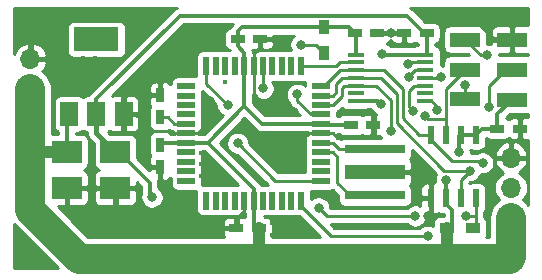
<source format=gbl>
G04 #@! TF.GenerationSoftware,KiCad,Pcbnew,no-vcs-found-44b118f~58~ubuntu16.04.1*
G04 #@! TF.CreationDate,2017-06-12T14:28:04+03:00*
G04 #@! TF.ProjectId,ws281x_led_strip_controller,7773323831785F6C65645F7374726970,rev?*
G04 #@! TF.FileFunction,Copper,L2,Bot,Signal*
G04 #@! TF.FilePolarity,Positive*
%FSLAX46Y46*%
G04 Gerber Fmt 4.6, Leading zero omitted, Abs format (unit mm)*
G04 Created by KiCad (PCBNEW no-vcs-found-44b118f~58~ubuntu16.04.1) date Mon Jun 12 14:28:04 2017*
%MOMM*%
%LPD*%
G01*
G04 APERTURE LIST*
%ADD10C,0.100000*%
%ADD11R,5.100000X0.800000*%
%ADD12R,5.100000X1.300000*%
%ADD13R,1.200000X0.750000*%
%ADD14R,0.750000X1.200000*%
%ADD15R,2.500000X1.270000*%
%ADD16R,0.900000X1.200000*%
%ADD17R,1.450000X0.450000*%
%ADD18R,2.500000X1.950000*%
%ADD19R,0.600000X1.550000*%
%ADD20R,1.500000X2.000000*%
%ADD21R,3.800000X2.000000*%
%ADD22R,1.200000X0.900000*%
%ADD23O,1.700000X1.700000*%
%ADD24R,1.700000X1.700000*%
%ADD25R,0.550000X1.500000*%
%ADD26R,1.500000X0.550000*%
%ADD27C,0.400000*%
%ADD28C,0.800000*%
%ADD29C,0.250000*%
%ADD30C,0.300000*%
%ADD31C,2.500000*%
%ADD32C,1.000000*%
%ADD33C,0.400000*%
%ADD34C,0.254000*%
G04 APERTURE END LIST*
D10*
D11*
X104700000Y-88950000D03*
D12*
X104700000Y-87000000D03*
D11*
X104700000Y-85050000D03*
D13*
X102950000Y-75200000D03*
X104850000Y-75200000D03*
X94950000Y-75700000D03*
X93050000Y-75700000D03*
X92950000Y-91700000D03*
X94850000Y-91700000D03*
D14*
X86500000Y-86550000D03*
X86500000Y-84650000D03*
X86500000Y-82350000D03*
X86500000Y-80450000D03*
D13*
X109050000Y-75200000D03*
X107150000Y-75200000D03*
D15*
X112300000Y-80800000D03*
X112300000Y-78300000D03*
X112300000Y-75760000D03*
X116300000Y-75760000D03*
X116300000Y-78300000D03*
X116300000Y-80840000D03*
D16*
X100400000Y-76900000D03*
X100400000Y-74700000D03*
D17*
X103050000Y-77050000D03*
X103050000Y-77700000D03*
X103050000Y-78350000D03*
X103050000Y-79000000D03*
X103050000Y-79650000D03*
X103050000Y-80300000D03*
X103050000Y-80950000D03*
X108950000Y-80950000D03*
X108950000Y-80300000D03*
X108950000Y-79650000D03*
X108950000Y-79000000D03*
X108950000Y-78350000D03*
X108950000Y-77700000D03*
X108950000Y-77050000D03*
D18*
X78600000Y-85275000D03*
X78600000Y-88325000D03*
X82700000Y-88325000D03*
X82700000Y-85275000D03*
D19*
X113210000Y-83800000D03*
X111940000Y-83800000D03*
X110670000Y-83800000D03*
X109400000Y-83800000D03*
X109400000Y-89200000D03*
X110670000Y-89200000D03*
X111940000Y-89200000D03*
X113210000Y-89200000D03*
D20*
X83400000Y-82050000D03*
X78800000Y-82050000D03*
X81100000Y-82050000D03*
D21*
X81100000Y-75750000D03*
D13*
X116950000Y-83300000D03*
X115050000Y-83300000D03*
D22*
X110800000Y-91700000D03*
X113000000Y-91700000D03*
D23*
X75500000Y-77400000D03*
D24*
X75500000Y-79940000D03*
D23*
X116200000Y-85760000D03*
X116200000Y-88300000D03*
D24*
X116200000Y-90840000D03*
D13*
X102650000Y-83000000D03*
X104550000Y-83000000D03*
D25*
X98400000Y-78000000D03*
X97600000Y-78000000D03*
X96800000Y-78000000D03*
X96000000Y-78000000D03*
X95200000Y-78000000D03*
X94400000Y-78000000D03*
X93600000Y-78000000D03*
X92800000Y-78000000D03*
X92000000Y-78000000D03*
X91200000Y-78000000D03*
X90400000Y-78000000D03*
D26*
X88700000Y-79700000D03*
X88700000Y-80500000D03*
X88700000Y-81300000D03*
X88700000Y-82100000D03*
X88700000Y-82900000D03*
X88700000Y-83700000D03*
X88700000Y-84500000D03*
X88700000Y-85300000D03*
X88700000Y-86100000D03*
X88700000Y-86900000D03*
X88700000Y-87700000D03*
D25*
X90400000Y-89400000D03*
X91200000Y-89400000D03*
X92000000Y-89400000D03*
X92800000Y-89400000D03*
X93600000Y-89400000D03*
X94400000Y-89400000D03*
X95200000Y-89400000D03*
X96000000Y-89400000D03*
X96800000Y-89400000D03*
X97600000Y-89400000D03*
X98400000Y-89400000D03*
D26*
X100100000Y-87700000D03*
X100100000Y-86900000D03*
X100100000Y-86100000D03*
X100100000Y-85300000D03*
X100100000Y-84500000D03*
X100100000Y-83700000D03*
X100100000Y-82900000D03*
X100100000Y-82100000D03*
X100100000Y-81300000D03*
X100100000Y-80500000D03*
X100100000Y-79700000D03*
D27*
X74977381Y-74324999D03*
X75977381Y-74324999D03*
X76977381Y-74324999D03*
X77977381Y-74324999D03*
X83977381Y-74324999D03*
X84977381Y-74324999D03*
X85977381Y-74324999D03*
X109977381Y-74324999D03*
X114977381Y-74324999D03*
X115977381Y-74324999D03*
X116977381Y-74324999D03*
X74977381Y-75324999D03*
X75977381Y-75324999D03*
X76977381Y-75324999D03*
X77977381Y-75324999D03*
X87977381Y-75324999D03*
X88977381Y-75324999D03*
X89977381Y-75324999D03*
X90977381Y-75324999D03*
X76977381Y-76324999D03*
X77977381Y-76324999D03*
X86977381Y-76324999D03*
X87977381Y-76324999D03*
X88977381Y-76324999D03*
X89977381Y-76324999D03*
X90977381Y-76324999D03*
X96977381Y-76324999D03*
X109977381Y-76324999D03*
X77977381Y-77324999D03*
X78977381Y-77324999D03*
X79977381Y-77324999D03*
X80977381Y-77324999D03*
X86977381Y-77324999D03*
X87977381Y-77324999D03*
X88977381Y-77324999D03*
X77977381Y-78324999D03*
X78977381Y-78324999D03*
X79977381Y-78324999D03*
X80977381Y-78324999D03*
X88977381Y-78324999D03*
X77977381Y-79324999D03*
X78977381Y-79324999D03*
X79977381Y-79324999D03*
X80977381Y-79324999D03*
X85977381Y-79324999D03*
X91977381Y-79324999D03*
X77977381Y-80324999D03*
X78977381Y-80324999D03*
X79977381Y-80324999D03*
X116977381Y-82324999D03*
X115977381Y-84324999D03*
X116977381Y-84324999D03*
X89977381Y-85324999D03*
X89977381Y-86324999D03*
X90977381Y-86324999D03*
X89977381Y-87324999D03*
X90977381Y-87324999D03*
X91977381Y-87324999D03*
X87977381Y-89324999D03*
X88977381Y-89324999D03*
X79977381Y-90324999D03*
X87977381Y-90324999D03*
X88977381Y-90324999D03*
X85977381Y-91324999D03*
X86977381Y-91324999D03*
X87977381Y-91324999D03*
X88977381Y-91324999D03*
X89977381Y-91324999D03*
X90977381Y-91324999D03*
X95977381Y-91324999D03*
X96977381Y-91324999D03*
X97977381Y-91324999D03*
X81977381Y-92324999D03*
X82977381Y-92324999D03*
X83977381Y-92324999D03*
X84977381Y-92324999D03*
X85977381Y-92324999D03*
X86977381Y-92324999D03*
X87977381Y-92324999D03*
X88977381Y-92324999D03*
X89977381Y-92324999D03*
X90977381Y-92324999D03*
X95977381Y-92324999D03*
X96977381Y-92324999D03*
X97977381Y-92324999D03*
X98977381Y-92324999D03*
X74977381Y-93324999D03*
X74977381Y-94324999D03*
X75977381Y-94324999D03*
D28*
X111400000Y-74200000D03*
X109899931Y-81700000D03*
X90751985Y-80948015D03*
X109200000Y-90700000D03*
X106000000Y-75200000D03*
X97850011Y-81860155D03*
X97800000Y-84100000D03*
X110700000Y-87625021D03*
X111800000Y-85300000D03*
X98400000Y-76200000D03*
X98100000Y-80400000D03*
X114200000Y-77100000D03*
X105314920Y-77003273D03*
X105225947Y-81216766D03*
X85800000Y-89100000D03*
X112300000Y-79585024D03*
X112700000Y-86850011D03*
X106000000Y-83500000D03*
X108916747Y-82223856D03*
X114290891Y-81444268D03*
X113800024Y-86200000D03*
X108094274Y-90698271D03*
X99900006Y-90000000D03*
X92200000Y-81300000D03*
X93051985Y-84548015D03*
X95200000Y-79899998D03*
X112400000Y-90700000D03*
X107502627Y-77850010D03*
X107938796Y-81841578D03*
X110227674Y-78917131D03*
X107574922Y-78949713D03*
X109126476Y-92399990D03*
D29*
X114800000Y-75760000D02*
X113240000Y-74200000D01*
X116300000Y-75760000D02*
X114800000Y-75760000D01*
X113240000Y-74200000D02*
X111400000Y-74200000D01*
X104550000Y-83000000D02*
X104550000Y-83625000D01*
X104550000Y-83625000D02*
X104075000Y-84100000D01*
X104075000Y-84100000D02*
X101500000Y-84100000D01*
X101500000Y-84100000D02*
X101100000Y-83700000D01*
X101100000Y-83700000D02*
X100100000Y-83700000D01*
X109925000Y-81674931D02*
X109899931Y-81700000D01*
X109925000Y-81425000D02*
X109925000Y-81674931D01*
X109450000Y-80950000D02*
X109925000Y-81425000D01*
X108950000Y-80950000D02*
X109450000Y-80950000D01*
X88700000Y-83700000D02*
X87700000Y-83700000D01*
X87700000Y-83700000D02*
X87500000Y-83500000D01*
X87500000Y-83500000D02*
X85850000Y-83500000D01*
X85850000Y-83500000D02*
X84400000Y-82050000D01*
X84400000Y-82050000D02*
X83400000Y-82050000D01*
X104700000Y-87000000D02*
X108400000Y-87000000D01*
X108400000Y-87000000D02*
X109400000Y-88000000D01*
X109400000Y-88000000D02*
X109400000Y-89200000D01*
X90751985Y-82648015D02*
X90751985Y-80948015D01*
X88700000Y-83700000D02*
X89700000Y-83700000D01*
X89700000Y-83700000D02*
X90751985Y-82648015D01*
X93600000Y-89400000D02*
X93600000Y-90300000D01*
X93000000Y-91650000D02*
X92950000Y-91700000D01*
X93600000Y-90300000D02*
X93000000Y-90900000D01*
X93000000Y-90900000D02*
X93000000Y-91650000D01*
X109400000Y-90500000D02*
X109200000Y-90700000D01*
X109400000Y-89200000D02*
X109400000Y-90500000D01*
X94950000Y-75700000D02*
X94950000Y-76325000D01*
X94950000Y-76325000D02*
X94400000Y-76875000D01*
X94400000Y-76875000D02*
X94400000Y-78000000D01*
X107150000Y-75200000D02*
X106000000Y-75200000D01*
X95913151Y-81860155D02*
X97850011Y-81860155D01*
X94400000Y-78000000D02*
X94400000Y-80347004D01*
X94400000Y-80347004D02*
X95913151Y-81860155D01*
X94400000Y-78000000D02*
X94549999Y-77850001D01*
X100100000Y-83700000D02*
X98200000Y-83700000D01*
X98200000Y-83700000D02*
X97800000Y-84100000D01*
D30*
X93425000Y-74700000D02*
X93050000Y-75075000D01*
X100400000Y-74700000D02*
X93425000Y-74700000D01*
X93050000Y-75075000D02*
X93050000Y-75700000D01*
X100400000Y-74700000D02*
X102450000Y-74700000D01*
X102450000Y-74700000D02*
X102950000Y-75200000D01*
D31*
X94800000Y-94300000D02*
X110800000Y-94300000D01*
D30*
X115050000Y-83300000D02*
X115050000Y-82090000D01*
X115050000Y-82090000D02*
X116300000Y-80840000D01*
X115050000Y-83300000D02*
X113710000Y-83300000D01*
X113710000Y-83300000D02*
X113210000Y-83800000D01*
X93050000Y-75700000D02*
X93050000Y-76325000D01*
X93600000Y-76875000D02*
X93600000Y-78000000D01*
X93050000Y-76325000D02*
X93600000Y-76875000D01*
D32*
X94850000Y-91700000D02*
X94850000Y-94250000D01*
X94850000Y-94250000D02*
X94800000Y-94300000D01*
D30*
X111220000Y-91280000D02*
X110800000Y-91700000D01*
X111220000Y-90225000D02*
X111220000Y-91280000D01*
X110670000Y-89200000D02*
X110670000Y-89675000D01*
X110670000Y-89675000D02*
X111220000Y-90225000D01*
X95100000Y-82900000D02*
X93600000Y-81400000D01*
X100100000Y-82900000D02*
X95100000Y-82900000D01*
X110670000Y-89200000D02*
X110670000Y-87655021D01*
X110670000Y-87655021D02*
X110700000Y-87625021D01*
X111800000Y-85300000D02*
X111800000Y-83940000D01*
X111800000Y-83940000D02*
X111940000Y-83800000D01*
D31*
X79649998Y-94300000D02*
X94800000Y-94300000D01*
X75500000Y-90150002D02*
X79649998Y-94300000D01*
X75500000Y-85300000D02*
X75500000Y-90150002D01*
D30*
X111940000Y-83800000D02*
X113210000Y-83800000D01*
D32*
X110800000Y-91700000D02*
X110800000Y-94300000D01*
D31*
X110800000Y-94300000D02*
X116090000Y-94300000D01*
D30*
X116090000Y-94300000D02*
X116200000Y-94190000D01*
D31*
X116200000Y-94190000D02*
X116200000Y-90840000D01*
X75500000Y-79940000D02*
X75500000Y-85300000D01*
D32*
X75500000Y-85300000D02*
X78575000Y-85300000D01*
D30*
X78575000Y-85300000D02*
X78600000Y-85275000D01*
X78600000Y-85275000D02*
X78600000Y-82250000D01*
X78600000Y-82250000D02*
X78800000Y-82050000D01*
X93600000Y-78000000D02*
X93600000Y-81400000D01*
X93600000Y-81400000D02*
X90500000Y-84500000D01*
X88700000Y-84500000D02*
X90500000Y-84500000D01*
X90500000Y-84500000D02*
X94400000Y-88400000D01*
X94400000Y-88400000D02*
X94400000Y-89400000D01*
X94400000Y-89400000D02*
X94400000Y-91250000D01*
X94400000Y-91250000D02*
X94850000Y-91700000D01*
X103050000Y-77050000D02*
X103050000Y-75300000D01*
X103050000Y-75300000D02*
X102950000Y-75200000D01*
X88700000Y-84500000D02*
X86650000Y-84500000D01*
X86650000Y-84500000D02*
X86500000Y-84650000D01*
X102650000Y-83000000D02*
X100200000Y-83000000D01*
X100200000Y-83000000D02*
X100100000Y-82900000D01*
D29*
X87150000Y-82350000D02*
X86500000Y-82350000D01*
X87700000Y-82900000D02*
X87150000Y-82350000D01*
X88700000Y-82900000D02*
X87700000Y-82900000D01*
X98100000Y-80965685D02*
X98100000Y-80400000D01*
X100100000Y-82100000D02*
X99234315Y-82100000D01*
X99234315Y-82100000D02*
X98100000Y-80965685D01*
X98400000Y-76200000D02*
X99700000Y-76200000D01*
X99700000Y-76200000D02*
X100400000Y-76900000D01*
X114200000Y-77100000D02*
X113640000Y-77100000D01*
X113640000Y-77100000D02*
X112300000Y-75760000D01*
D30*
X85800000Y-89100000D02*
X85600000Y-88900000D01*
X85600000Y-88900000D02*
X85600000Y-87900000D01*
X85600000Y-87900000D02*
X82975000Y-85275000D01*
X82975000Y-85275000D02*
X82700000Y-85275000D01*
X108950000Y-77050000D02*
X105361647Y-77050000D01*
X105361647Y-77050000D02*
X105314920Y-77003273D01*
X81100000Y-82050000D02*
X81100000Y-80800000D01*
X88175001Y-73724999D02*
X107349999Y-73724999D01*
X81100000Y-80800000D02*
X88175001Y-73724999D01*
X107349999Y-73724999D02*
X108825000Y-75200000D01*
X108825000Y-75200000D02*
X109050000Y-75200000D01*
X104959181Y-80950000D02*
X105225947Y-81216766D01*
X103050000Y-80950000D02*
X104959181Y-80950000D01*
D33*
X81100000Y-82050000D02*
X81100000Y-83675000D01*
X81100000Y-83675000D02*
X82700000Y-85275000D01*
D30*
X109050000Y-75200000D02*
X109050000Y-76950000D01*
X109050000Y-76950000D02*
X108950000Y-77050000D01*
D29*
X103050000Y-79000000D02*
X105200000Y-79000000D01*
X105200000Y-79000000D02*
X106527263Y-80327263D01*
X110542889Y-86850011D02*
X112700000Y-86850011D01*
X106527263Y-80327263D02*
X106527263Y-82834385D01*
X106527263Y-82834385D02*
X110542889Y-86850011D01*
X101100000Y-80500000D02*
X100100000Y-80500000D01*
X103050000Y-79000000D02*
X102075000Y-79000000D01*
X102075000Y-79000000D02*
X102074978Y-79000022D01*
X101400000Y-79492878D02*
X101400000Y-80200000D01*
X102074978Y-79000022D02*
X101892856Y-79000022D01*
X101892856Y-79000022D02*
X101400000Y-79492878D01*
X101400000Y-80200000D02*
X101100000Y-80500000D01*
X112300000Y-80800000D02*
X112300000Y-79585024D01*
X111940000Y-87610011D02*
X112700000Y-86850011D01*
X111940000Y-89200000D02*
X111940000Y-87610011D01*
X106000949Y-82933366D02*
X106000000Y-82934315D01*
X104806185Y-79650000D02*
X106000949Y-80844764D01*
X106000949Y-80844764D02*
X106000949Y-82933366D01*
X106000000Y-82934315D02*
X106000000Y-83500000D01*
X103050000Y-79650000D02*
X104806185Y-79650000D01*
X108916747Y-82223856D02*
X109192891Y-82500000D01*
X109192891Y-82500000D02*
X110600000Y-82500000D01*
X110600000Y-82500000D02*
X110670000Y-82570000D01*
X110670000Y-82570000D02*
X110670000Y-83800000D01*
X110674999Y-83320001D02*
X110670000Y-83325000D01*
X112300000Y-78300000D02*
X110674999Y-79925001D01*
X110674999Y-79925001D02*
X110674999Y-83320001D01*
X101100000Y-81300000D02*
X100100000Y-81300000D01*
X101900011Y-79824989D02*
X101900011Y-80499989D01*
X102075000Y-79650000D02*
X101900011Y-79824989D01*
X103050000Y-79650000D02*
X102075000Y-79650000D01*
X101900011Y-80499989D02*
X101100000Y-81300000D01*
X109400000Y-83800000D02*
X108400000Y-83800000D01*
X108400000Y-83800000D02*
X107027274Y-82427274D01*
X107027274Y-82427274D02*
X107027274Y-79920152D01*
X107027274Y-79920152D02*
X105457122Y-78350000D01*
X105457122Y-78350000D02*
X103050000Y-78350000D01*
X101750000Y-78350000D02*
X103050000Y-78350000D01*
X100100000Y-79700000D02*
X100400000Y-79700000D01*
X100400000Y-79700000D02*
X101750000Y-78350000D01*
X114290891Y-79694109D02*
X114290891Y-81444268D01*
X116300000Y-78300000D02*
X115685000Y-78300000D01*
X115685000Y-78300000D02*
X114290891Y-79694109D01*
X109400000Y-84275000D02*
X111200001Y-86075001D01*
X109400000Y-83800000D02*
X109400000Y-84275000D01*
X111200001Y-86075001D02*
X113675025Y-86075001D01*
X113675025Y-86075001D02*
X113800024Y-86200000D01*
X99900006Y-90000000D02*
X100600006Y-90700000D01*
X108092545Y-90700000D02*
X108094274Y-90698271D01*
X100600006Y-90700000D02*
X108092545Y-90700000D01*
X90400000Y-78000000D02*
X90400000Y-79500000D01*
X90400000Y-79500000D02*
X92200000Y-81300000D01*
X100100000Y-87700000D02*
X96203970Y-87700000D01*
X96203970Y-87700000D02*
X93051985Y-84548015D01*
X101392878Y-78000000D02*
X98400000Y-78000000D01*
X101692878Y-77700000D02*
X101392878Y-78000000D01*
X103050000Y-77700000D02*
X101692878Y-77700000D01*
X113210000Y-89200000D02*
X113210000Y-90700000D01*
X113210000Y-90700000D02*
X113210000Y-91490000D01*
X112400000Y-90700000D02*
X113210000Y-90700000D01*
X95200000Y-78000000D02*
X95200000Y-79899998D01*
X113210000Y-91490000D02*
X113000000Y-91700000D01*
X107652637Y-77700000D02*
X107502627Y-77850010D01*
X108950000Y-77700000D02*
X107652637Y-77700000D01*
X107975000Y-79650000D02*
X107538797Y-80086203D01*
X108950000Y-79650000D02*
X107975000Y-79650000D01*
X107538797Y-80086203D02*
X107538797Y-81441579D01*
X107538797Y-81441579D02*
X107938796Y-81841578D01*
X108950000Y-79000000D02*
X110144805Y-79000000D01*
X110144805Y-79000000D02*
X110227674Y-78917131D01*
X108950000Y-78350000D02*
X108100018Y-78350000D01*
X108100018Y-78350000D02*
X107574922Y-78875096D01*
X107574922Y-78875096D02*
X107574922Y-78949713D01*
X100924990Y-92399990D02*
X109126476Y-92399990D01*
X98400000Y-89400000D02*
X98400000Y-89875000D01*
X98400000Y-89875000D02*
X100924990Y-92399990D01*
X104700000Y-88950000D02*
X102550000Y-88950000D01*
X101100000Y-85300000D02*
X100100000Y-85300000D01*
X102550000Y-88950000D02*
X101500000Y-87900000D01*
X101500000Y-87900000D02*
X101500000Y-85700000D01*
X101500000Y-85700000D02*
X101100000Y-85300000D01*
X104700000Y-85050000D02*
X101650000Y-85050000D01*
X101650000Y-85050000D02*
X101100000Y-84500000D01*
X101100000Y-84500000D02*
X100100000Y-84500000D01*
D34*
G36*
X74190204Y-91423723D02*
X74203387Y-91437091D01*
X74203614Y-91437369D01*
X74203872Y-91437582D01*
X74208116Y-91441886D01*
X77864230Y-95098000D01*
X74152000Y-95098000D01*
X74152000Y-91375866D01*
X74190204Y-91423723D01*
X74190204Y-91423723D01*
G37*
X74190204Y-91423723D02*
X74203387Y-91437091D01*
X74203614Y-91437369D01*
X74203872Y-91437582D01*
X74208116Y-91441886D01*
X77864230Y-95098000D01*
X74152000Y-95098000D01*
X74152000Y-91375866D01*
X74190204Y-91423723D01*
G36*
X92535933Y-74560933D02*
X92493319Y-74612813D01*
X92450142Y-74664269D01*
X92448298Y-74667623D01*
X92445875Y-74670573D01*
X92414152Y-74729736D01*
X92403106Y-74749828D01*
X92336888Y-74756350D01*
X92228124Y-74789343D01*
X92127885Y-74842921D01*
X92040026Y-74915026D01*
X91967921Y-75002885D01*
X91914343Y-75103124D01*
X91881350Y-75211888D01*
X91870209Y-75325000D01*
X91870209Y-76075000D01*
X91881350Y-76188112D01*
X91914343Y-76296876D01*
X91967921Y-76397115D01*
X92040026Y-76484974D01*
X92127885Y-76557079D01*
X92228124Y-76610657D01*
X92336888Y-76643650D01*
X92403467Y-76650208D01*
X92409414Y-76661392D01*
X92419377Y-76680612D01*
X92411888Y-76681350D01*
X92400000Y-76684956D01*
X92388112Y-76681350D01*
X92275000Y-76670209D01*
X91725000Y-76670209D01*
X91611888Y-76681350D01*
X91600000Y-76684956D01*
X91588112Y-76681350D01*
X91475000Y-76670209D01*
X90925000Y-76670209D01*
X90811888Y-76681350D01*
X90800000Y-76684956D01*
X90788112Y-76681350D01*
X90675000Y-76670209D01*
X90125000Y-76670209D01*
X90011888Y-76681350D01*
X89903124Y-76714343D01*
X89802885Y-76767921D01*
X89715026Y-76840026D01*
X89642921Y-76927885D01*
X89589343Y-77028124D01*
X89556350Y-77136888D01*
X89545209Y-77250000D01*
X89545209Y-78750000D01*
X89555611Y-78855611D01*
X89450000Y-78845209D01*
X87950000Y-78845209D01*
X87836888Y-78856350D01*
X87728124Y-78889343D01*
X87627885Y-78942921D01*
X87540026Y-79015026D01*
X87467921Y-79102885D01*
X87414343Y-79203124D01*
X87381350Y-79311888D01*
X87370209Y-79425000D01*
X87370209Y-79552560D01*
X87323185Y-79482184D01*
X87242816Y-79401815D01*
X87148312Y-79338669D01*
X87043304Y-79295174D01*
X86931829Y-79273000D01*
X86742250Y-79273000D01*
X86598000Y-79417250D01*
X86598000Y-80352000D01*
X86618000Y-80352000D01*
X86618000Y-80548000D01*
X86598000Y-80548000D01*
X86598000Y-80568000D01*
X86402000Y-80568000D01*
X86402000Y-80548000D01*
X85692250Y-80548000D01*
X85548000Y-80692250D01*
X85548000Y-81106830D01*
X85570174Y-81218305D01*
X85613669Y-81323312D01*
X85665312Y-81400601D01*
X85642921Y-81427885D01*
X85589343Y-81528124D01*
X85556350Y-81636888D01*
X85545209Y-81750000D01*
X85545209Y-82950000D01*
X85556350Y-83063112D01*
X85589343Y-83171876D01*
X85642921Y-83272115D01*
X85715026Y-83359974D01*
X85802885Y-83432079D01*
X85903124Y-83485657D01*
X85950407Y-83500000D01*
X85903124Y-83514343D01*
X85802885Y-83567921D01*
X85715026Y-83640026D01*
X85642921Y-83727885D01*
X85589343Y-83828124D01*
X85556350Y-83936888D01*
X85545209Y-84050000D01*
X85545209Y-85250000D01*
X85556350Y-85363112D01*
X85589343Y-85471876D01*
X85642921Y-85572115D01*
X85665312Y-85599399D01*
X85613669Y-85676688D01*
X85570174Y-85781695D01*
X85548000Y-85893170D01*
X85548000Y-86307750D01*
X85692250Y-86452000D01*
X86402000Y-86452000D01*
X86402000Y-86432000D01*
X86598000Y-86432000D01*
X86598000Y-86452000D01*
X86618000Y-86452000D01*
X86618000Y-86648000D01*
X86598000Y-86648000D01*
X86598000Y-87582750D01*
X86742250Y-87727000D01*
X86931829Y-87727000D01*
X87043304Y-87704826D01*
X87148312Y-87661331D01*
X87242816Y-87598185D01*
X87323185Y-87517816D01*
X87370209Y-87447440D01*
X87370209Y-87975000D01*
X87381350Y-88088112D01*
X87414343Y-88196876D01*
X87467921Y-88297115D01*
X87540026Y-88384974D01*
X87627885Y-88457079D01*
X87728124Y-88510657D01*
X87836888Y-88543650D01*
X87950000Y-88554791D01*
X89450000Y-88554791D01*
X89555611Y-88544389D01*
X89545209Y-88650000D01*
X89545209Y-90150000D01*
X89556350Y-90263112D01*
X89589343Y-90371876D01*
X89642921Y-90472115D01*
X89715026Y-90559974D01*
X89802885Y-90632079D01*
X89903124Y-90685657D01*
X90011888Y-90718650D01*
X90125000Y-90729791D01*
X90675000Y-90729791D01*
X90788112Y-90718650D01*
X90800000Y-90715044D01*
X90811888Y-90718650D01*
X90925000Y-90729791D01*
X91475000Y-90729791D01*
X91588112Y-90718650D01*
X91600000Y-90715044D01*
X91611888Y-90718650D01*
X91725000Y-90729791D01*
X92275000Y-90729791D01*
X92388112Y-90718650D01*
X92400000Y-90715044D01*
X92411888Y-90718650D01*
X92525000Y-90729791D01*
X93075000Y-90729791D01*
X93188112Y-90718650D01*
X93203194Y-90714075D01*
X93268171Y-90727000D01*
X93357750Y-90727000D01*
X93502000Y-90582750D01*
X93502000Y-90539228D01*
X93557079Y-90472115D01*
X93600000Y-90391814D01*
X93642921Y-90472115D01*
X93673000Y-90508766D01*
X93673000Y-90761162D01*
X93606830Y-90748000D01*
X93192250Y-90748000D01*
X93048000Y-90892250D01*
X93048000Y-91602000D01*
X93068000Y-91602000D01*
X93068000Y-91798000D01*
X93048000Y-91798000D01*
X93048000Y-91818000D01*
X92852000Y-91818000D01*
X92852000Y-91798000D01*
X91917250Y-91798000D01*
X91773000Y-91942250D01*
X91773000Y-92131829D01*
X91795174Y-92243304D01*
X91838669Y-92348312D01*
X91901815Y-92442816D01*
X91931999Y-92473000D01*
X80406766Y-92473000D01*
X79201937Y-91268171D01*
X91773000Y-91268171D01*
X91773000Y-91457750D01*
X91917250Y-91602000D01*
X92852000Y-91602000D01*
X92852000Y-90892250D01*
X92707750Y-90748000D01*
X92293170Y-90748000D01*
X92181695Y-90770174D01*
X92076688Y-90813669D01*
X91982184Y-90876815D01*
X91901815Y-90957184D01*
X91838669Y-91051688D01*
X91795174Y-91156696D01*
X91773000Y-91268171D01*
X79201937Y-91268171D01*
X77810766Y-89877000D01*
X78357750Y-89877000D01*
X78502000Y-89732750D01*
X78502000Y-88423000D01*
X78698000Y-88423000D01*
X78698000Y-89732750D01*
X78842250Y-89877000D01*
X79906829Y-89877000D01*
X80018304Y-89854826D01*
X80123312Y-89811331D01*
X80217816Y-89748185D01*
X80298185Y-89667816D01*
X80361331Y-89573312D01*
X80404826Y-89468305D01*
X80427000Y-89356830D01*
X80427000Y-88567250D01*
X80873000Y-88567250D01*
X80873000Y-89356830D01*
X80895174Y-89468305D01*
X80938669Y-89573312D01*
X81001815Y-89667816D01*
X81082184Y-89748185D01*
X81176688Y-89811331D01*
X81281696Y-89854826D01*
X81393171Y-89877000D01*
X82457750Y-89877000D01*
X82602000Y-89732750D01*
X82602000Y-88423000D01*
X82798000Y-88423000D01*
X82798000Y-89732750D01*
X82942250Y-89877000D01*
X84006829Y-89877000D01*
X84118304Y-89854826D01*
X84223312Y-89811331D01*
X84317816Y-89748185D01*
X84398185Y-89667816D01*
X84461331Y-89573312D01*
X84504826Y-89468305D01*
X84527000Y-89356830D01*
X84527000Y-88567250D01*
X84382750Y-88423000D01*
X82798000Y-88423000D01*
X82602000Y-88423000D01*
X81017250Y-88423000D01*
X80873000Y-88567250D01*
X80427000Y-88567250D01*
X80282750Y-88423000D01*
X78698000Y-88423000D01*
X78502000Y-88423000D01*
X78482000Y-88423000D01*
X78482000Y-88227000D01*
X78502000Y-88227000D01*
X78502000Y-88207000D01*
X78698000Y-88207000D01*
X78698000Y-88227000D01*
X80282750Y-88227000D01*
X80427000Y-88082750D01*
X80427000Y-87293170D01*
X80404826Y-87181695D01*
X80361331Y-87076688D01*
X80298185Y-86982184D01*
X80217816Y-86901815D01*
X80123312Y-86838669D01*
X80027688Y-86799061D01*
X80071876Y-86785657D01*
X80172115Y-86732079D01*
X80259974Y-86659974D01*
X80332079Y-86572115D01*
X80385657Y-86471876D01*
X80418650Y-86363112D01*
X80429791Y-86250000D01*
X80429791Y-84300000D01*
X80418650Y-84186888D01*
X80385657Y-84078124D01*
X80332079Y-83977885D01*
X80259974Y-83890026D01*
X80172115Y-83817921D01*
X80071876Y-83764343D01*
X79963112Y-83731350D01*
X79850000Y-83720209D01*
X79327000Y-83720209D01*
X79327000Y-83629791D01*
X79550000Y-83629791D01*
X79663112Y-83618650D01*
X79771876Y-83585657D01*
X79872115Y-83532079D01*
X79950000Y-83468160D01*
X80027885Y-83532079D01*
X80128124Y-83585657D01*
X80236888Y-83618650D01*
X80323000Y-83627132D01*
X80323000Y-83675000D01*
X80330009Y-83746482D01*
X80336260Y-83817930D01*
X80337399Y-83821850D01*
X80337798Y-83825920D01*
X80358554Y-83894668D01*
X80378567Y-83963553D01*
X80380447Y-83967179D01*
X80381628Y-83971092D01*
X80415325Y-84034467D01*
X80448353Y-84098185D01*
X80450903Y-84101379D01*
X80452820Y-84104985D01*
X80498163Y-84160581D01*
X80542960Y-84216697D01*
X80548570Y-84222386D01*
X80548664Y-84222501D01*
X80548770Y-84222589D01*
X80550578Y-84224422D01*
X80870209Y-84544053D01*
X80870209Y-86250000D01*
X80881350Y-86363112D01*
X80914343Y-86471876D01*
X80967921Y-86572115D01*
X81040026Y-86659974D01*
X81127885Y-86732079D01*
X81228124Y-86785657D01*
X81272312Y-86799061D01*
X81176688Y-86838669D01*
X81082184Y-86901815D01*
X81001815Y-86982184D01*
X80938669Y-87076688D01*
X80895174Y-87181695D01*
X80873000Y-87293170D01*
X80873000Y-88082750D01*
X81017250Y-88227000D01*
X82602000Y-88227000D01*
X82602000Y-88207000D01*
X82798000Y-88207000D01*
X82798000Y-88227000D01*
X84382750Y-88227000D01*
X84527000Y-88082750D01*
X84527000Y-87855133D01*
X84873000Y-88201133D01*
X84873000Y-88782686D01*
X84864227Y-88803155D01*
X84824391Y-88990568D01*
X84821716Y-89182149D01*
X84856303Y-89370601D01*
X84926836Y-89548745D01*
X85030627Y-89709798D01*
X85163723Y-89847623D01*
X85321055Y-89956971D01*
X85496630Y-90033678D01*
X85683760Y-90074821D01*
X85875317Y-90078834D01*
X86064006Y-90045563D01*
X86242639Y-89976276D01*
X86404411Y-89873611D01*
X86543162Y-89741481D01*
X86653607Y-89584916D01*
X86731537Y-89409881D01*
X86773986Y-89223043D01*
X86777042Y-89004200D01*
X86739826Y-88816250D01*
X86666813Y-88639107D01*
X86560784Y-88479520D01*
X86425776Y-88343566D01*
X86327000Y-88276941D01*
X86327000Y-87900000D01*
X86320457Y-87833272D01*
X86314595Y-87766267D01*
X86313526Y-87762589D01*
X86313154Y-87758792D01*
X86293761Y-87694559D01*
X86292957Y-87691793D01*
X86402000Y-87582750D01*
X86402000Y-86648000D01*
X85692250Y-86648000D01*
X85548000Y-86792250D01*
X85548000Y-86819867D01*
X84529791Y-85801657D01*
X84529791Y-84300000D01*
X84518650Y-84186888D01*
X84485657Y-84078124D01*
X84432079Y-83977885D01*
X84359974Y-83890026D01*
X84272115Y-83817921D01*
X84171876Y-83764343D01*
X84063112Y-83731350D01*
X83950000Y-83720209D01*
X82244053Y-83720209D01*
X82096395Y-83572551D01*
X82172115Y-83532079D01*
X82251186Y-83467187D01*
X82282184Y-83498185D01*
X82376688Y-83561331D01*
X82481696Y-83604826D01*
X82593171Y-83627000D01*
X83157750Y-83627000D01*
X83302000Y-83482750D01*
X83302000Y-82148000D01*
X83498000Y-82148000D01*
X83498000Y-83482750D01*
X83642250Y-83627000D01*
X84206829Y-83627000D01*
X84318304Y-83604826D01*
X84423312Y-83561331D01*
X84517816Y-83498185D01*
X84598185Y-83417816D01*
X84661331Y-83323312D01*
X84704826Y-83218305D01*
X84727000Y-83106830D01*
X84727000Y-82292250D01*
X84582750Y-82148000D01*
X83498000Y-82148000D01*
X83302000Y-82148000D01*
X83282000Y-82148000D01*
X83282000Y-81952000D01*
X83302000Y-81952000D01*
X83302000Y-80617250D01*
X83498000Y-80617250D01*
X83498000Y-81952000D01*
X84582750Y-81952000D01*
X84727000Y-81807750D01*
X84727000Y-80993170D01*
X84704826Y-80881695D01*
X84661331Y-80776688D01*
X84598185Y-80682184D01*
X84517816Y-80601815D01*
X84423312Y-80538669D01*
X84318304Y-80495174D01*
X84206829Y-80473000D01*
X83642250Y-80473000D01*
X83498000Y-80617250D01*
X83302000Y-80617250D01*
X83157750Y-80473000D01*
X82593171Y-80473000D01*
X82481696Y-80495174D01*
X82398499Y-80529635D01*
X83134963Y-79793170D01*
X85548000Y-79793170D01*
X85548000Y-80207750D01*
X85692250Y-80352000D01*
X86402000Y-80352000D01*
X86402000Y-79417250D01*
X86257750Y-79273000D01*
X86068171Y-79273000D01*
X85956696Y-79295174D01*
X85851688Y-79338669D01*
X85757184Y-79401815D01*
X85676815Y-79482184D01*
X85613669Y-79576688D01*
X85570174Y-79681695D01*
X85548000Y-79793170D01*
X83134963Y-79793170D01*
X88476134Y-74451999D01*
X92644867Y-74451999D01*
X92535933Y-74560933D01*
X92535933Y-74560933D01*
G37*
X92535933Y-74560933D02*
X92493319Y-74612813D01*
X92450142Y-74664269D01*
X92448298Y-74667623D01*
X92445875Y-74670573D01*
X92414152Y-74729736D01*
X92403106Y-74749828D01*
X92336888Y-74756350D01*
X92228124Y-74789343D01*
X92127885Y-74842921D01*
X92040026Y-74915026D01*
X91967921Y-75002885D01*
X91914343Y-75103124D01*
X91881350Y-75211888D01*
X91870209Y-75325000D01*
X91870209Y-76075000D01*
X91881350Y-76188112D01*
X91914343Y-76296876D01*
X91967921Y-76397115D01*
X92040026Y-76484974D01*
X92127885Y-76557079D01*
X92228124Y-76610657D01*
X92336888Y-76643650D01*
X92403467Y-76650208D01*
X92409414Y-76661392D01*
X92419377Y-76680612D01*
X92411888Y-76681350D01*
X92400000Y-76684956D01*
X92388112Y-76681350D01*
X92275000Y-76670209D01*
X91725000Y-76670209D01*
X91611888Y-76681350D01*
X91600000Y-76684956D01*
X91588112Y-76681350D01*
X91475000Y-76670209D01*
X90925000Y-76670209D01*
X90811888Y-76681350D01*
X90800000Y-76684956D01*
X90788112Y-76681350D01*
X90675000Y-76670209D01*
X90125000Y-76670209D01*
X90011888Y-76681350D01*
X89903124Y-76714343D01*
X89802885Y-76767921D01*
X89715026Y-76840026D01*
X89642921Y-76927885D01*
X89589343Y-77028124D01*
X89556350Y-77136888D01*
X89545209Y-77250000D01*
X89545209Y-78750000D01*
X89555611Y-78855611D01*
X89450000Y-78845209D01*
X87950000Y-78845209D01*
X87836888Y-78856350D01*
X87728124Y-78889343D01*
X87627885Y-78942921D01*
X87540026Y-79015026D01*
X87467921Y-79102885D01*
X87414343Y-79203124D01*
X87381350Y-79311888D01*
X87370209Y-79425000D01*
X87370209Y-79552560D01*
X87323185Y-79482184D01*
X87242816Y-79401815D01*
X87148312Y-79338669D01*
X87043304Y-79295174D01*
X86931829Y-79273000D01*
X86742250Y-79273000D01*
X86598000Y-79417250D01*
X86598000Y-80352000D01*
X86618000Y-80352000D01*
X86618000Y-80548000D01*
X86598000Y-80548000D01*
X86598000Y-80568000D01*
X86402000Y-80568000D01*
X86402000Y-80548000D01*
X85692250Y-80548000D01*
X85548000Y-80692250D01*
X85548000Y-81106830D01*
X85570174Y-81218305D01*
X85613669Y-81323312D01*
X85665312Y-81400601D01*
X85642921Y-81427885D01*
X85589343Y-81528124D01*
X85556350Y-81636888D01*
X85545209Y-81750000D01*
X85545209Y-82950000D01*
X85556350Y-83063112D01*
X85589343Y-83171876D01*
X85642921Y-83272115D01*
X85715026Y-83359974D01*
X85802885Y-83432079D01*
X85903124Y-83485657D01*
X85950407Y-83500000D01*
X85903124Y-83514343D01*
X85802885Y-83567921D01*
X85715026Y-83640026D01*
X85642921Y-83727885D01*
X85589343Y-83828124D01*
X85556350Y-83936888D01*
X85545209Y-84050000D01*
X85545209Y-85250000D01*
X85556350Y-85363112D01*
X85589343Y-85471876D01*
X85642921Y-85572115D01*
X85665312Y-85599399D01*
X85613669Y-85676688D01*
X85570174Y-85781695D01*
X85548000Y-85893170D01*
X85548000Y-86307750D01*
X85692250Y-86452000D01*
X86402000Y-86452000D01*
X86402000Y-86432000D01*
X86598000Y-86432000D01*
X86598000Y-86452000D01*
X86618000Y-86452000D01*
X86618000Y-86648000D01*
X86598000Y-86648000D01*
X86598000Y-87582750D01*
X86742250Y-87727000D01*
X86931829Y-87727000D01*
X87043304Y-87704826D01*
X87148312Y-87661331D01*
X87242816Y-87598185D01*
X87323185Y-87517816D01*
X87370209Y-87447440D01*
X87370209Y-87975000D01*
X87381350Y-88088112D01*
X87414343Y-88196876D01*
X87467921Y-88297115D01*
X87540026Y-88384974D01*
X87627885Y-88457079D01*
X87728124Y-88510657D01*
X87836888Y-88543650D01*
X87950000Y-88554791D01*
X89450000Y-88554791D01*
X89555611Y-88544389D01*
X89545209Y-88650000D01*
X89545209Y-90150000D01*
X89556350Y-90263112D01*
X89589343Y-90371876D01*
X89642921Y-90472115D01*
X89715026Y-90559974D01*
X89802885Y-90632079D01*
X89903124Y-90685657D01*
X90011888Y-90718650D01*
X90125000Y-90729791D01*
X90675000Y-90729791D01*
X90788112Y-90718650D01*
X90800000Y-90715044D01*
X90811888Y-90718650D01*
X90925000Y-90729791D01*
X91475000Y-90729791D01*
X91588112Y-90718650D01*
X91600000Y-90715044D01*
X91611888Y-90718650D01*
X91725000Y-90729791D01*
X92275000Y-90729791D01*
X92388112Y-90718650D01*
X92400000Y-90715044D01*
X92411888Y-90718650D01*
X92525000Y-90729791D01*
X93075000Y-90729791D01*
X93188112Y-90718650D01*
X93203194Y-90714075D01*
X93268171Y-90727000D01*
X93357750Y-90727000D01*
X93502000Y-90582750D01*
X93502000Y-90539228D01*
X93557079Y-90472115D01*
X93600000Y-90391814D01*
X93642921Y-90472115D01*
X93673000Y-90508766D01*
X93673000Y-90761162D01*
X93606830Y-90748000D01*
X93192250Y-90748000D01*
X93048000Y-90892250D01*
X93048000Y-91602000D01*
X93068000Y-91602000D01*
X93068000Y-91798000D01*
X93048000Y-91798000D01*
X93048000Y-91818000D01*
X92852000Y-91818000D01*
X92852000Y-91798000D01*
X91917250Y-91798000D01*
X91773000Y-91942250D01*
X91773000Y-92131829D01*
X91795174Y-92243304D01*
X91838669Y-92348312D01*
X91901815Y-92442816D01*
X91931999Y-92473000D01*
X80406766Y-92473000D01*
X79201937Y-91268171D01*
X91773000Y-91268171D01*
X91773000Y-91457750D01*
X91917250Y-91602000D01*
X92852000Y-91602000D01*
X92852000Y-90892250D01*
X92707750Y-90748000D01*
X92293170Y-90748000D01*
X92181695Y-90770174D01*
X92076688Y-90813669D01*
X91982184Y-90876815D01*
X91901815Y-90957184D01*
X91838669Y-91051688D01*
X91795174Y-91156696D01*
X91773000Y-91268171D01*
X79201937Y-91268171D01*
X77810766Y-89877000D01*
X78357750Y-89877000D01*
X78502000Y-89732750D01*
X78502000Y-88423000D01*
X78698000Y-88423000D01*
X78698000Y-89732750D01*
X78842250Y-89877000D01*
X79906829Y-89877000D01*
X80018304Y-89854826D01*
X80123312Y-89811331D01*
X80217816Y-89748185D01*
X80298185Y-89667816D01*
X80361331Y-89573312D01*
X80404826Y-89468305D01*
X80427000Y-89356830D01*
X80427000Y-88567250D01*
X80873000Y-88567250D01*
X80873000Y-89356830D01*
X80895174Y-89468305D01*
X80938669Y-89573312D01*
X81001815Y-89667816D01*
X81082184Y-89748185D01*
X81176688Y-89811331D01*
X81281696Y-89854826D01*
X81393171Y-89877000D01*
X82457750Y-89877000D01*
X82602000Y-89732750D01*
X82602000Y-88423000D01*
X82798000Y-88423000D01*
X82798000Y-89732750D01*
X82942250Y-89877000D01*
X84006829Y-89877000D01*
X84118304Y-89854826D01*
X84223312Y-89811331D01*
X84317816Y-89748185D01*
X84398185Y-89667816D01*
X84461331Y-89573312D01*
X84504826Y-89468305D01*
X84527000Y-89356830D01*
X84527000Y-88567250D01*
X84382750Y-88423000D01*
X82798000Y-88423000D01*
X82602000Y-88423000D01*
X81017250Y-88423000D01*
X80873000Y-88567250D01*
X80427000Y-88567250D01*
X80282750Y-88423000D01*
X78698000Y-88423000D01*
X78502000Y-88423000D01*
X78482000Y-88423000D01*
X78482000Y-88227000D01*
X78502000Y-88227000D01*
X78502000Y-88207000D01*
X78698000Y-88207000D01*
X78698000Y-88227000D01*
X80282750Y-88227000D01*
X80427000Y-88082750D01*
X80427000Y-87293170D01*
X80404826Y-87181695D01*
X80361331Y-87076688D01*
X80298185Y-86982184D01*
X80217816Y-86901815D01*
X80123312Y-86838669D01*
X80027688Y-86799061D01*
X80071876Y-86785657D01*
X80172115Y-86732079D01*
X80259974Y-86659974D01*
X80332079Y-86572115D01*
X80385657Y-86471876D01*
X80418650Y-86363112D01*
X80429791Y-86250000D01*
X80429791Y-84300000D01*
X80418650Y-84186888D01*
X80385657Y-84078124D01*
X80332079Y-83977885D01*
X80259974Y-83890026D01*
X80172115Y-83817921D01*
X80071876Y-83764343D01*
X79963112Y-83731350D01*
X79850000Y-83720209D01*
X79327000Y-83720209D01*
X79327000Y-83629791D01*
X79550000Y-83629791D01*
X79663112Y-83618650D01*
X79771876Y-83585657D01*
X79872115Y-83532079D01*
X79950000Y-83468160D01*
X80027885Y-83532079D01*
X80128124Y-83585657D01*
X80236888Y-83618650D01*
X80323000Y-83627132D01*
X80323000Y-83675000D01*
X80330009Y-83746482D01*
X80336260Y-83817930D01*
X80337399Y-83821850D01*
X80337798Y-83825920D01*
X80358554Y-83894668D01*
X80378567Y-83963553D01*
X80380447Y-83967179D01*
X80381628Y-83971092D01*
X80415325Y-84034467D01*
X80448353Y-84098185D01*
X80450903Y-84101379D01*
X80452820Y-84104985D01*
X80498163Y-84160581D01*
X80542960Y-84216697D01*
X80548570Y-84222386D01*
X80548664Y-84222501D01*
X80548770Y-84222589D01*
X80550578Y-84224422D01*
X80870209Y-84544053D01*
X80870209Y-86250000D01*
X80881350Y-86363112D01*
X80914343Y-86471876D01*
X80967921Y-86572115D01*
X81040026Y-86659974D01*
X81127885Y-86732079D01*
X81228124Y-86785657D01*
X81272312Y-86799061D01*
X81176688Y-86838669D01*
X81082184Y-86901815D01*
X81001815Y-86982184D01*
X80938669Y-87076688D01*
X80895174Y-87181695D01*
X80873000Y-87293170D01*
X80873000Y-88082750D01*
X81017250Y-88227000D01*
X82602000Y-88227000D01*
X82602000Y-88207000D01*
X82798000Y-88207000D01*
X82798000Y-88227000D01*
X84382750Y-88227000D01*
X84527000Y-88082750D01*
X84527000Y-87855133D01*
X84873000Y-88201133D01*
X84873000Y-88782686D01*
X84864227Y-88803155D01*
X84824391Y-88990568D01*
X84821716Y-89182149D01*
X84856303Y-89370601D01*
X84926836Y-89548745D01*
X85030627Y-89709798D01*
X85163723Y-89847623D01*
X85321055Y-89956971D01*
X85496630Y-90033678D01*
X85683760Y-90074821D01*
X85875317Y-90078834D01*
X86064006Y-90045563D01*
X86242639Y-89976276D01*
X86404411Y-89873611D01*
X86543162Y-89741481D01*
X86653607Y-89584916D01*
X86731537Y-89409881D01*
X86773986Y-89223043D01*
X86777042Y-89004200D01*
X86739826Y-88816250D01*
X86666813Y-88639107D01*
X86560784Y-88479520D01*
X86425776Y-88343566D01*
X86327000Y-88276941D01*
X86327000Y-87900000D01*
X86320457Y-87833272D01*
X86314595Y-87766267D01*
X86313526Y-87762589D01*
X86313154Y-87758792D01*
X86293761Y-87694559D01*
X86292957Y-87691793D01*
X86402000Y-87582750D01*
X86402000Y-86648000D01*
X85692250Y-86648000D01*
X85548000Y-86792250D01*
X85548000Y-86819867D01*
X84529791Y-85801657D01*
X84529791Y-84300000D01*
X84518650Y-84186888D01*
X84485657Y-84078124D01*
X84432079Y-83977885D01*
X84359974Y-83890026D01*
X84272115Y-83817921D01*
X84171876Y-83764343D01*
X84063112Y-83731350D01*
X83950000Y-83720209D01*
X82244053Y-83720209D01*
X82096395Y-83572551D01*
X82172115Y-83532079D01*
X82251186Y-83467187D01*
X82282184Y-83498185D01*
X82376688Y-83561331D01*
X82481696Y-83604826D01*
X82593171Y-83627000D01*
X83157750Y-83627000D01*
X83302000Y-83482750D01*
X83302000Y-82148000D01*
X83498000Y-82148000D01*
X83498000Y-83482750D01*
X83642250Y-83627000D01*
X84206829Y-83627000D01*
X84318304Y-83604826D01*
X84423312Y-83561331D01*
X84517816Y-83498185D01*
X84598185Y-83417816D01*
X84661331Y-83323312D01*
X84704826Y-83218305D01*
X84727000Y-83106830D01*
X84727000Y-82292250D01*
X84582750Y-82148000D01*
X83498000Y-82148000D01*
X83302000Y-82148000D01*
X83282000Y-82148000D01*
X83282000Y-81952000D01*
X83302000Y-81952000D01*
X83302000Y-80617250D01*
X83498000Y-80617250D01*
X83498000Y-81952000D01*
X84582750Y-81952000D01*
X84727000Y-81807750D01*
X84727000Y-80993170D01*
X84704826Y-80881695D01*
X84661331Y-80776688D01*
X84598185Y-80682184D01*
X84517816Y-80601815D01*
X84423312Y-80538669D01*
X84318304Y-80495174D01*
X84206829Y-80473000D01*
X83642250Y-80473000D01*
X83498000Y-80617250D01*
X83302000Y-80617250D01*
X83157750Y-80473000D01*
X82593171Y-80473000D01*
X82481696Y-80495174D01*
X82398499Y-80529635D01*
X83134963Y-79793170D01*
X85548000Y-79793170D01*
X85548000Y-80207750D01*
X85692250Y-80352000D01*
X86402000Y-80352000D01*
X86402000Y-79417250D01*
X86257750Y-79273000D01*
X86068171Y-79273000D01*
X85956696Y-79295174D01*
X85851688Y-79338669D01*
X85757184Y-79401815D01*
X85676815Y-79482184D01*
X85613669Y-79576688D01*
X85570174Y-79681695D01*
X85548000Y-79793170D01*
X83134963Y-79793170D01*
X88476134Y-74451999D01*
X92644867Y-74451999D01*
X92535933Y-74560933D01*
G36*
X98011888Y-90718650D02*
X98125000Y-90729791D01*
X98262013Y-90729791D01*
X100005222Y-92473000D01*
X95927000Y-92473000D01*
X95927000Y-92403304D01*
X95932079Y-92397115D01*
X95985657Y-92296876D01*
X96018650Y-92188112D01*
X96029791Y-92075000D01*
X96029791Y-91325000D01*
X96018650Y-91211888D01*
X95985657Y-91103124D01*
X95932079Y-91002885D01*
X95859974Y-90915026D01*
X95772115Y-90842921D01*
X95671876Y-90789343D01*
X95563112Y-90756350D01*
X95450000Y-90745209D01*
X95337737Y-90745209D01*
X95309222Y-90729791D01*
X95475000Y-90729791D01*
X95588112Y-90718650D01*
X95600000Y-90715044D01*
X95611888Y-90718650D01*
X95725000Y-90729791D01*
X96275000Y-90729791D01*
X96388112Y-90718650D01*
X96400000Y-90715044D01*
X96411888Y-90718650D01*
X96525000Y-90729791D01*
X97075000Y-90729791D01*
X97188112Y-90718650D01*
X97200000Y-90715044D01*
X97211888Y-90718650D01*
X97325000Y-90729791D01*
X97875000Y-90729791D01*
X97988112Y-90718650D01*
X98000000Y-90715044D01*
X98011888Y-90718650D01*
X98011888Y-90718650D01*
G37*
X98011888Y-90718650D02*
X98125000Y-90729791D01*
X98262013Y-90729791D01*
X100005222Y-92473000D01*
X95927000Y-92473000D01*
X95927000Y-92403304D01*
X95932079Y-92397115D01*
X95985657Y-92296876D01*
X96018650Y-92188112D01*
X96029791Y-92075000D01*
X96029791Y-91325000D01*
X96018650Y-91211888D01*
X95985657Y-91103124D01*
X95932079Y-91002885D01*
X95859974Y-90915026D01*
X95772115Y-90842921D01*
X95671876Y-90789343D01*
X95563112Y-90756350D01*
X95450000Y-90745209D01*
X95337737Y-90745209D01*
X95309222Y-90729791D01*
X95475000Y-90729791D01*
X95588112Y-90718650D01*
X95600000Y-90715044D01*
X95611888Y-90718650D01*
X95725000Y-90729791D01*
X96275000Y-90729791D01*
X96388112Y-90718650D01*
X96400000Y-90715044D01*
X96411888Y-90718650D01*
X96525000Y-90729791D01*
X97075000Y-90729791D01*
X97188112Y-90718650D01*
X97200000Y-90715044D01*
X97211888Y-90718650D01*
X97325000Y-90729791D01*
X97875000Y-90729791D01*
X97988112Y-90718650D01*
X98000000Y-90715044D01*
X98011888Y-90718650D01*
G36*
X117648000Y-82356189D02*
X117606830Y-82348000D01*
X117192250Y-82348000D01*
X117048000Y-82492250D01*
X117048000Y-83202000D01*
X117068000Y-83202000D01*
X117068000Y-83398000D01*
X117048000Y-83398000D01*
X117048000Y-84107750D01*
X117192250Y-84252000D01*
X117606830Y-84252000D01*
X117648000Y-84243811D01*
X117648000Y-89738531D01*
X117496386Y-89552633D01*
X117221645Y-89325348D01*
X117206666Y-89317249D01*
X117212418Y-89312557D01*
X117389942Y-89097968D01*
X117522404Y-88852985D01*
X117604759Y-88586938D01*
X117633870Y-88309962D01*
X117608629Y-88032607D01*
X117529996Y-87765436D01*
X117400968Y-87518627D01*
X117226458Y-87301580D01*
X117013113Y-87122563D01*
X116842346Y-87028683D01*
X117027406Y-86922643D01*
X117238328Y-86738884D01*
X117409348Y-86517507D01*
X117533893Y-86267020D01*
X117590773Y-86079498D01*
X117479001Y-85858000D01*
X116298000Y-85858000D01*
X116298000Y-85878000D01*
X116102000Y-85878000D01*
X116102000Y-85858000D01*
X114920999Y-85858000D01*
X114809227Y-86079498D01*
X114866107Y-86267020D01*
X114990652Y-86517507D01*
X115161672Y-86738884D01*
X115372594Y-86922643D01*
X115558308Y-87029058D01*
X115403405Y-87111421D01*
X115187582Y-87287443D01*
X115010058Y-87502032D01*
X114877596Y-87747015D01*
X114795241Y-88013062D01*
X114766130Y-88290038D01*
X114791371Y-88567393D01*
X114870004Y-88834564D01*
X114999032Y-89081373D01*
X115173542Y-89298420D01*
X115194091Y-89315663D01*
X114921715Y-89534658D01*
X114692518Y-89807805D01*
X114520740Y-90120268D01*
X114412924Y-90460145D01*
X114373178Y-90814491D01*
X114373000Y-90840000D01*
X114373000Y-92473000D01*
X114081353Y-92473000D01*
X114082079Y-92472115D01*
X114135657Y-92371876D01*
X114168650Y-92263112D01*
X114179791Y-92150000D01*
X114179791Y-91250000D01*
X114168650Y-91136888D01*
X114135657Y-91028124D01*
X114082079Y-90927885D01*
X114009974Y-90840026D01*
X113922115Y-90767921D01*
X113912000Y-90762515D01*
X113912000Y-90391518D01*
X113919974Y-90384974D01*
X113992079Y-90297115D01*
X114045657Y-90196876D01*
X114078650Y-90088112D01*
X114089791Y-89975000D01*
X114089791Y-88425000D01*
X114078650Y-88311888D01*
X114045657Y-88203124D01*
X113992079Y-88102885D01*
X113919974Y-88015026D01*
X113832115Y-87942921D01*
X113731876Y-87889343D01*
X113623112Y-87856350D01*
X113510000Y-87845209D01*
X112910000Y-87845209D01*
X112796888Y-87856350D01*
X112688124Y-87889343D01*
X112642000Y-87913996D01*
X112642000Y-87900789D01*
X112715203Y-87827586D01*
X112775317Y-87828845D01*
X112964006Y-87795574D01*
X113142639Y-87726287D01*
X113304411Y-87623622D01*
X113443162Y-87491492D01*
X113553607Y-87334927D01*
X113630141Y-87163027D01*
X113683784Y-87174821D01*
X113875341Y-87178834D01*
X114064030Y-87145563D01*
X114242663Y-87076276D01*
X114404435Y-86973611D01*
X114543186Y-86841481D01*
X114653631Y-86684916D01*
X114731561Y-86509881D01*
X114774010Y-86323043D01*
X114777066Y-86104200D01*
X114739850Y-85916250D01*
X114666837Y-85739107D01*
X114560808Y-85579520D01*
X114425800Y-85443566D01*
X114421258Y-85440502D01*
X114809227Y-85440502D01*
X114920999Y-85662000D01*
X116102000Y-85662000D01*
X116102000Y-84480615D01*
X116298000Y-84480615D01*
X116298000Y-85662000D01*
X117479001Y-85662000D01*
X117590773Y-85440502D01*
X117533893Y-85252980D01*
X117409348Y-85002493D01*
X117238328Y-84781116D01*
X117027406Y-84597357D01*
X116784687Y-84458278D01*
X116519499Y-84369223D01*
X116298000Y-84480615D01*
X116102000Y-84480615D01*
X115880501Y-84369223D01*
X115615313Y-84458278D01*
X115372594Y-84597357D01*
X115161672Y-84781116D01*
X114990652Y-85002493D01*
X114866107Y-85252980D01*
X114809227Y-85440502D01*
X114421258Y-85440502D01*
X114266957Y-85336425D01*
X114090329Y-85262177D01*
X113902642Y-85223651D01*
X113711048Y-85222313D01*
X113522842Y-85258216D01*
X113345194Y-85329990D01*
X113279466Y-85373001D01*
X112774685Y-85373001D01*
X112777042Y-85204200D01*
X112763018Y-85133376D01*
X112796888Y-85143650D01*
X112910000Y-85154791D01*
X113510000Y-85154791D01*
X113623112Y-85143650D01*
X113731876Y-85110657D01*
X113832115Y-85057079D01*
X113919974Y-84984974D01*
X113992079Y-84897115D01*
X114045657Y-84796876D01*
X114078650Y-84688112D01*
X114089791Y-84575000D01*
X114089791Y-84125816D01*
X114127885Y-84157079D01*
X114228124Y-84210657D01*
X114336888Y-84243650D01*
X114450000Y-84254791D01*
X115650000Y-84254791D01*
X115763112Y-84243650D01*
X115871876Y-84210657D01*
X115972115Y-84157079D01*
X115999399Y-84134688D01*
X116076688Y-84186331D01*
X116181695Y-84229826D01*
X116293170Y-84252000D01*
X116707750Y-84252000D01*
X116852000Y-84107750D01*
X116852000Y-83398000D01*
X116832000Y-83398000D01*
X116832000Y-83202000D01*
X116852000Y-83202000D01*
X116852000Y-82492250D01*
X116707750Y-82348000D01*
X116293170Y-82348000D01*
X116181695Y-82370174D01*
X116076688Y-82413669D01*
X115999399Y-82465312D01*
X115972115Y-82442921D01*
X115871876Y-82389343D01*
X115800456Y-82367678D01*
X116113343Y-82054791D01*
X117550000Y-82054791D01*
X117648000Y-82045138D01*
X117648000Y-82356189D01*
X117648000Y-82356189D01*
G37*
X117648000Y-82356189D02*
X117606830Y-82348000D01*
X117192250Y-82348000D01*
X117048000Y-82492250D01*
X117048000Y-83202000D01*
X117068000Y-83202000D01*
X117068000Y-83398000D01*
X117048000Y-83398000D01*
X117048000Y-84107750D01*
X117192250Y-84252000D01*
X117606830Y-84252000D01*
X117648000Y-84243811D01*
X117648000Y-89738531D01*
X117496386Y-89552633D01*
X117221645Y-89325348D01*
X117206666Y-89317249D01*
X117212418Y-89312557D01*
X117389942Y-89097968D01*
X117522404Y-88852985D01*
X117604759Y-88586938D01*
X117633870Y-88309962D01*
X117608629Y-88032607D01*
X117529996Y-87765436D01*
X117400968Y-87518627D01*
X117226458Y-87301580D01*
X117013113Y-87122563D01*
X116842346Y-87028683D01*
X117027406Y-86922643D01*
X117238328Y-86738884D01*
X117409348Y-86517507D01*
X117533893Y-86267020D01*
X117590773Y-86079498D01*
X117479001Y-85858000D01*
X116298000Y-85858000D01*
X116298000Y-85878000D01*
X116102000Y-85878000D01*
X116102000Y-85858000D01*
X114920999Y-85858000D01*
X114809227Y-86079498D01*
X114866107Y-86267020D01*
X114990652Y-86517507D01*
X115161672Y-86738884D01*
X115372594Y-86922643D01*
X115558308Y-87029058D01*
X115403405Y-87111421D01*
X115187582Y-87287443D01*
X115010058Y-87502032D01*
X114877596Y-87747015D01*
X114795241Y-88013062D01*
X114766130Y-88290038D01*
X114791371Y-88567393D01*
X114870004Y-88834564D01*
X114999032Y-89081373D01*
X115173542Y-89298420D01*
X115194091Y-89315663D01*
X114921715Y-89534658D01*
X114692518Y-89807805D01*
X114520740Y-90120268D01*
X114412924Y-90460145D01*
X114373178Y-90814491D01*
X114373000Y-90840000D01*
X114373000Y-92473000D01*
X114081353Y-92473000D01*
X114082079Y-92472115D01*
X114135657Y-92371876D01*
X114168650Y-92263112D01*
X114179791Y-92150000D01*
X114179791Y-91250000D01*
X114168650Y-91136888D01*
X114135657Y-91028124D01*
X114082079Y-90927885D01*
X114009974Y-90840026D01*
X113922115Y-90767921D01*
X113912000Y-90762515D01*
X113912000Y-90391518D01*
X113919974Y-90384974D01*
X113992079Y-90297115D01*
X114045657Y-90196876D01*
X114078650Y-90088112D01*
X114089791Y-89975000D01*
X114089791Y-88425000D01*
X114078650Y-88311888D01*
X114045657Y-88203124D01*
X113992079Y-88102885D01*
X113919974Y-88015026D01*
X113832115Y-87942921D01*
X113731876Y-87889343D01*
X113623112Y-87856350D01*
X113510000Y-87845209D01*
X112910000Y-87845209D01*
X112796888Y-87856350D01*
X112688124Y-87889343D01*
X112642000Y-87913996D01*
X112642000Y-87900789D01*
X112715203Y-87827586D01*
X112775317Y-87828845D01*
X112964006Y-87795574D01*
X113142639Y-87726287D01*
X113304411Y-87623622D01*
X113443162Y-87491492D01*
X113553607Y-87334927D01*
X113630141Y-87163027D01*
X113683784Y-87174821D01*
X113875341Y-87178834D01*
X114064030Y-87145563D01*
X114242663Y-87076276D01*
X114404435Y-86973611D01*
X114543186Y-86841481D01*
X114653631Y-86684916D01*
X114731561Y-86509881D01*
X114774010Y-86323043D01*
X114777066Y-86104200D01*
X114739850Y-85916250D01*
X114666837Y-85739107D01*
X114560808Y-85579520D01*
X114425800Y-85443566D01*
X114421258Y-85440502D01*
X114809227Y-85440502D01*
X114920999Y-85662000D01*
X116102000Y-85662000D01*
X116102000Y-84480615D01*
X116298000Y-84480615D01*
X116298000Y-85662000D01*
X117479001Y-85662000D01*
X117590773Y-85440502D01*
X117533893Y-85252980D01*
X117409348Y-85002493D01*
X117238328Y-84781116D01*
X117027406Y-84597357D01*
X116784687Y-84458278D01*
X116519499Y-84369223D01*
X116298000Y-84480615D01*
X116102000Y-84480615D01*
X115880501Y-84369223D01*
X115615313Y-84458278D01*
X115372594Y-84597357D01*
X115161672Y-84781116D01*
X114990652Y-85002493D01*
X114866107Y-85252980D01*
X114809227Y-85440502D01*
X114421258Y-85440502D01*
X114266957Y-85336425D01*
X114090329Y-85262177D01*
X113902642Y-85223651D01*
X113711048Y-85222313D01*
X113522842Y-85258216D01*
X113345194Y-85329990D01*
X113279466Y-85373001D01*
X112774685Y-85373001D01*
X112777042Y-85204200D01*
X112763018Y-85133376D01*
X112796888Y-85143650D01*
X112910000Y-85154791D01*
X113510000Y-85154791D01*
X113623112Y-85143650D01*
X113731876Y-85110657D01*
X113832115Y-85057079D01*
X113919974Y-84984974D01*
X113992079Y-84897115D01*
X114045657Y-84796876D01*
X114078650Y-84688112D01*
X114089791Y-84575000D01*
X114089791Y-84125816D01*
X114127885Y-84157079D01*
X114228124Y-84210657D01*
X114336888Y-84243650D01*
X114450000Y-84254791D01*
X115650000Y-84254791D01*
X115763112Y-84243650D01*
X115871876Y-84210657D01*
X115972115Y-84157079D01*
X115999399Y-84134688D01*
X116076688Y-84186331D01*
X116181695Y-84229826D01*
X116293170Y-84252000D01*
X116707750Y-84252000D01*
X116852000Y-84107750D01*
X116852000Y-83398000D01*
X116832000Y-83398000D01*
X116832000Y-83202000D01*
X116852000Y-83202000D01*
X116852000Y-82492250D01*
X116707750Y-82348000D01*
X116293170Y-82348000D01*
X116181695Y-82370174D01*
X116076688Y-82413669D01*
X115999399Y-82465312D01*
X115972115Y-82442921D01*
X115871876Y-82389343D01*
X115800456Y-82367678D01*
X116113343Y-82054791D01*
X117550000Y-82054791D01*
X117648000Y-82045138D01*
X117648000Y-82356189D01*
G36*
X109844772Y-87144672D02*
X109839706Y-87152070D01*
X109764227Y-87328176D01*
X109724391Y-87515589D01*
X109721716Y-87707170D01*
X109747563Y-87848000D01*
X109642250Y-87848000D01*
X109498000Y-87992250D01*
X109498000Y-89102000D01*
X109518000Y-89102000D01*
X109518000Y-89298000D01*
X109498000Y-89298000D01*
X109498000Y-90407750D01*
X109642250Y-90552000D01*
X109756829Y-90552000D01*
X109868304Y-90529826D01*
X109973312Y-90486331D01*
X110034065Y-90445737D01*
X110047885Y-90457079D01*
X110148124Y-90510657D01*
X110256888Y-90543650D01*
X110370000Y-90554791D01*
X110493000Y-90554791D01*
X110493000Y-90670209D01*
X110200000Y-90670209D01*
X110086888Y-90681350D01*
X109978124Y-90714343D01*
X109877885Y-90767921D01*
X109790026Y-90840026D01*
X109717921Y-90927885D01*
X109664343Y-91028124D01*
X109631350Y-91136888D01*
X109620209Y-91250000D01*
X109620209Y-91554492D01*
X109593409Y-91536415D01*
X109416781Y-91462167D01*
X109229094Y-91423641D01*
X109037500Y-91422303D01*
X108849294Y-91458206D01*
X108671646Y-91529980D01*
X108511322Y-91634893D01*
X108446889Y-91697990D01*
X101215768Y-91697990D01*
X100919778Y-91402000D01*
X107415609Y-91402000D01*
X107457997Y-91445894D01*
X107615329Y-91555242D01*
X107790904Y-91631949D01*
X107978034Y-91673092D01*
X108169591Y-91677105D01*
X108358280Y-91643834D01*
X108536913Y-91574547D01*
X108698685Y-91471882D01*
X108837436Y-91339752D01*
X108947881Y-91183187D01*
X109025811Y-91008152D01*
X109068260Y-90821314D01*
X109071316Y-90602471D01*
X109061322Y-90552000D01*
X109157750Y-90552000D01*
X109302000Y-90407750D01*
X109302000Y-89298000D01*
X108667250Y-89298000D01*
X108523000Y-89442250D01*
X108523000Y-89818635D01*
X108384579Y-89760448D01*
X108196892Y-89721922D01*
X108005298Y-89720584D01*
X107817092Y-89756487D01*
X107639444Y-89828261D01*
X107479120Y-89933174D01*
X107412922Y-89998000D01*
X100890784Y-89998000D01*
X100875945Y-89983161D01*
X100877048Y-89904200D01*
X100839832Y-89716250D01*
X100766819Y-89539107D01*
X100660790Y-89379520D01*
X100525782Y-89243566D01*
X100366939Y-89136425D01*
X100190311Y-89062177D01*
X100002624Y-89023651D01*
X99811030Y-89022313D01*
X99622824Y-89058216D01*
X99445176Y-89129990D01*
X99284852Y-89234903D01*
X99254791Y-89264341D01*
X99254791Y-88650000D01*
X99244389Y-88544389D01*
X99350000Y-88554791D01*
X100850000Y-88554791D01*
X100963112Y-88543650D01*
X101071876Y-88510657D01*
X101101855Y-88494633D01*
X101570209Y-88962987D01*
X101570209Y-89350000D01*
X101581350Y-89463112D01*
X101614343Y-89571876D01*
X101667921Y-89672115D01*
X101740026Y-89759974D01*
X101827885Y-89832079D01*
X101928124Y-89885657D01*
X102036888Y-89918650D01*
X102150000Y-89929791D01*
X107250000Y-89929791D01*
X107363112Y-89918650D01*
X107471876Y-89885657D01*
X107572115Y-89832079D01*
X107659974Y-89759974D01*
X107732079Y-89672115D01*
X107785657Y-89571876D01*
X107818650Y-89463112D01*
X107829791Y-89350000D01*
X107829791Y-88550000D01*
X107818650Y-88436888D01*
X107797805Y-88368170D01*
X108523000Y-88368170D01*
X108523000Y-88957750D01*
X108667250Y-89102000D01*
X109302000Y-89102000D01*
X109302000Y-87992250D01*
X109157750Y-87848000D01*
X109043171Y-87848000D01*
X108931696Y-87870174D01*
X108826688Y-87913669D01*
X108732184Y-87976815D01*
X108651815Y-88057184D01*
X108588669Y-88151688D01*
X108545174Y-88256695D01*
X108523000Y-88368170D01*
X107797805Y-88368170D01*
X107785657Y-88328124D01*
X107732079Y-88227885D01*
X107659974Y-88140026D01*
X107612952Y-88101435D01*
X107617816Y-88098185D01*
X107698185Y-88017816D01*
X107761331Y-87923312D01*
X107804826Y-87818305D01*
X107827000Y-87706830D01*
X107827000Y-87242250D01*
X107682750Y-87098000D01*
X104798000Y-87098000D01*
X104798000Y-87118000D01*
X104602000Y-87118000D01*
X104602000Y-87098000D01*
X104582000Y-87098000D01*
X104582000Y-86902000D01*
X104602000Y-86902000D01*
X104602000Y-86882000D01*
X104798000Y-86882000D01*
X104798000Y-86902000D01*
X107682750Y-86902000D01*
X107827000Y-86757750D01*
X107827000Y-86293170D01*
X107804826Y-86181695D01*
X107761331Y-86076688D01*
X107698185Y-85982184D01*
X107617816Y-85901815D01*
X107612952Y-85898565D01*
X107659974Y-85859974D01*
X107732079Y-85772115D01*
X107785657Y-85671876D01*
X107818650Y-85563112D01*
X107829791Y-85450000D01*
X107829791Y-85129691D01*
X109844772Y-87144672D01*
X109844772Y-87144672D01*
G37*
X109844772Y-87144672D02*
X109839706Y-87152070D01*
X109764227Y-87328176D01*
X109724391Y-87515589D01*
X109721716Y-87707170D01*
X109747563Y-87848000D01*
X109642250Y-87848000D01*
X109498000Y-87992250D01*
X109498000Y-89102000D01*
X109518000Y-89102000D01*
X109518000Y-89298000D01*
X109498000Y-89298000D01*
X109498000Y-90407750D01*
X109642250Y-90552000D01*
X109756829Y-90552000D01*
X109868304Y-90529826D01*
X109973312Y-90486331D01*
X110034065Y-90445737D01*
X110047885Y-90457079D01*
X110148124Y-90510657D01*
X110256888Y-90543650D01*
X110370000Y-90554791D01*
X110493000Y-90554791D01*
X110493000Y-90670209D01*
X110200000Y-90670209D01*
X110086888Y-90681350D01*
X109978124Y-90714343D01*
X109877885Y-90767921D01*
X109790026Y-90840026D01*
X109717921Y-90927885D01*
X109664343Y-91028124D01*
X109631350Y-91136888D01*
X109620209Y-91250000D01*
X109620209Y-91554492D01*
X109593409Y-91536415D01*
X109416781Y-91462167D01*
X109229094Y-91423641D01*
X109037500Y-91422303D01*
X108849294Y-91458206D01*
X108671646Y-91529980D01*
X108511322Y-91634893D01*
X108446889Y-91697990D01*
X101215768Y-91697990D01*
X100919778Y-91402000D01*
X107415609Y-91402000D01*
X107457997Y-91445894D01*
X107615329Y-91555242D01*
X107790904Y-91631949D01*
X107978034Y-91673092D01*
X108169591Y-91677105D01*
X108358280Y-91643834D01*
X108536913Y-91574547D01*
X108698685Y-91471882D01*
X108837436Y-91339752D01*
X108947881Y-91183187D01*
X109025811Y-91008152D01*
X109068260Y-90821314D01*
X109071316Y-90602471D01*
X109061322Y-90552000D01*
X109157750Y-90552000D01*
X109302000Y-90407750D01*
X109302000Y-89298000D01*
X108667250Y-89298000D01*
X108523000Y-89442250D01*
X108523000Y-89818635D01*
X108384579Y-89760448D01*
X108196892Y-89721922D01*
X108005298Y-89720584D01*
X107817092Y-89756487D01*
X107639444Y-89828261D01*
X107479120Y-89933174D01*
X107412922Y-89998000D01*
X100890784Y-89998000D01*
X100875945Y-89983161D01*
X100877048Y-89904200D01*
X100839832Y-89716250D01*
X100766819Y-89539107D01*
X100660790Y-89379520D01*
X100525782Y-89243566D01*
X100366939Y-89136425D01*
X100190311Y-89062177D01*
X100002624Y-89023651D01*
X99811030Y-89022313D01*
X99622824Y-89058216D01*
X99445176Y-89129990D01*
X99284852Y-89234903D01*
X99254791Y-89264341D01*
X99254791Y-88650000D01*
X99244389Y-88544389D01*
X99350000Y-88554791D01*
X100850000Y-88554791D01*
X100963112Y-88543650D01*
X101071876Y-88510657D01*
X101101855Y-88494633D01*
X101570209Y-88962987D01*
X101570209Y-89350000D01*
X101581350Y-89463112D01*
X101614343Y-89571876D01*
X101667921Y-89672115D01*
X101740026Y-89759974D01*
X101827885Y-89832079D01*
X101928124Y-89885657D01*
X102036888Y-89918650D01*
X102150000Y-89929791D01*
X107250000Y-89929791D01*
X107363112Y-89918650D01*
X107471876Y-89885657D01*
X107572115Y-89832079D01*
X107659974Y-89759974D01*
X107732079Y-89672115D01*
X107785657Y-89571876D01*
X107818650Y-89463112D01*
X107829791Y-89350000D01*
X107829791Y-88550000D01*
X107818650Y-88436888D01*
X107797805Y-88368170D01*
X108523000Y-88368170D01*
X108523000Y-88957750D01*
X108667250Y-89102000D01*
X109302000Y-89102000D01*
X109302000Y-87992250D01*
X109157750Y-87848000D01*
X109043171Y-87848000D01*
X108931696Y-87870174D01*
X108826688Y-87913669D01*
X108732184Y-87976815D01*
X108651815Y-88057184D01*
X108588669Y-88151688D01*
X108545174Y-88256695D01*
X108523000Y-88368170D01*
X107797805Y-88368170D01*
X107785657Y-88328124D01*
X107732079Y-88227885D01*
X107659974Y-88140026D01*
X107612952Y-88101435D01*
X107617816Y-88098185D01*
X107698185Y-88017816D01*
X107761331Y-87923312D01*
X107804826Y-87818305D01*
X107827000Y-87706830D01*
X107827000Y-87242250D01*
X107682750Y-87098000D01*
X104798000Y-87098000D01*
X104798000Y-87118000D01*
X104602000Y-87118000D01*
X104602000Y-87098000D01*
X104582000Y-87098000D01*
X104582000Y-86902000D01*
X104602000Y-86902000D01*
X104602000Y-86882000D01*
X104798000Y-86882000D01*
X104798000Y-86902000D01*
X107682750Y-86902000D01*
X107827000Y-86757750D01*
X107827000Y-86293170D01*
X107804826Y-86181695D01*
X107761331Y-86076688D01*
X107698185Y-85982184D01*
X107617816Y-85901815D01*
X107612952Y-85898565D01*
X107659974Y-85859974D01*
X107732079Y-85772115D01*
X107785657Y-85671876D01*
X107818650Y-85563112D01*
X107829791Y-85450000D01*
X107829791Y-85129691D01*
X109844772Y-87144672D01*
G36*
X93042075Y-88070209D02*
X92525000Y-88070209D01*
X92411888Y-88081350D01*
X92400000Y-88084956D01*
X92388112Y-88081350D01*
X92275000Y-88070209D01*
X91725000Y-88070209D01*
X91611888Y-88081350D01*
X91600000Y-88084956D01*
X91588112Y-88081350D01*
X91475000Y-88070209D01*
X90925000Y-88070209D01*
X90811888Y-88081350D01*
X90800000Y-88084956D01*
X90788112Y-88081350D01*
X90675000Y-88070209D01*
X90125000Y-88070209D01*
X90019389Y-88080611D01*
X90029791Y-87975000D01*
X90029791Y-87425000D01*
X90018650Y-87311888D01*
X90015044Y-87300000D01*
X90018650Y-87288112D01*
X90029791Y-87175000D01*
X90029791Y-86625000D01*
X90018650Y-86511888D01*
X90015044Y-86500000D01*
X90018650Y-86488112D01*
X90029791Y-86375000D01*
X90029791Y-85825000D01*
X90018650Y-85711888D01*
X90015044Y-85700000D01*
X90018650Y-85688112D01*
X90029791Y-85575000D01*
X90029791Y-85227000D01*
X90198866Y-85227000D01*
X93042075Y-88070209D01*
X93042075Y-88070209D01*
G37*
X93042075Y-88070209D02*
X92525000Y-88070209D01*
X92411888Y-88081350D01*
X92400000Y-88084956D01*
X92388112Y-88081350D01*
X92275000Y-88070209D01*
X91725000Y-88070209D01*
X91611888Y-88081350D01*
X91600000Y-88084956D01*
X91588112Y-88081350D01*
X91475000Y-88070209D01*
X90925000Y-88070209D01*
X90811888Y-88081350D01*
X90800000Y-88084956D01*
X90788112Y-88081350D01*
X90675000Y-88070209D01*
X90125000Y-88070209D01*
X90019389Y-88080611D01*
X90029791Y-87975000D01*
X90029791Y-87425000D01*
X90018650Y-87311888D01*
X90015044Y-87300000D01*
X90018650Y-87288112D01*
X90029791Y-87175000D01*
X90029791Y-86625000D01*
X90018650Y-86511888D01*
X90015044Y-86500000D01*
X90018650Y-86488112D01*
X90029791Y-86375000D01*
X90029791Y-85825000D01*
X90018650Y-85711888D01*
X90015044Y-85700000D01*
X90018650Y-85688112D01*
X90029791Y-85575000D01*
X90029791Y-85227000D01*
X90198866Y-85227000D01*
X93042075Y-88070209D01*
G36*
X94585933Y-83414066D02*
X94637783Y-83456656D01*
X94689269Y-83499858D01*
X94692623Y-83501702D01*
X94695573Y-83504125D01*
X94754701Y-83535829D01*
X94813604Y-83568211D01*
X94817250Y-83569368D01*
X94820617Y-83571173D01*
X94884823Y-83590803D01*
X94948848Y-83611113D01*
X94952646Y-83611539D01*
X94956303Y-83612657D01*
X95023100Y-83619442D01*
X95089849Y-83626929D01*
X95097327Y-83626981D01*
X95097462Y-83626995D01*
X95097588Y-83626983D01*
X95100000Y-83627000D01*
X98991234Y-83627000D01*
X99027885Y-83657079D01*
X99108186Y-83700000D01*
X99027885Y-83742921D01*
X98960772Y-83798000D01*
X98917250Y-83798000D01*
X98773000Y-83942250D01*
X98773000Y-84031829D01*
X98785925Y-84096806D01*
X98781350Y-84111888D01*
X98770209Y-84225000D01*
X98770209Y-84775000D01*
X98781350Y-84888112D01*
X98784956Y-84900000D01*
X98781350Y-84911888D01*
X98770209Y-85025000D01*
X98770209Y-85575000D01*
X98781350Y-85688112D01*
X98784956Y-85700000D01*
X98781350Y-85711888D01*
X98770209Y-85825000D01*
X98770209Y-86375000D01*
X98781350Y-86488112D01*
X98784956Y-86500000D01*
X98781350Y-86511888D01*
X98770209Y-86625000D01*
X98770209Y-86998000D01*
X96494748Y-86998000D01*
X94027924Y-84531176D01*
X94029027Y-84452215D01*
X93991811Y-84264265D01*
X93918798Y-84087122D01*
X93812769Y-83927535D01*
X93677761Y-83791581D01*
X93518918Y-83684440D01*
X93342290Y-83610192D01*
X93154603Y-83571666D01*
X92963009Y-83570328D01*
X92774803Y-83606231D01*
X92597155Y-83678005D01*
X92436831Y-83782918D01*
X92299938Y-83916973D01*
X92191691Y-84075064D01*
X92116212Y-84251170D01*
X92076376Y-84438583D01*
X92073701Y-84630164D01*
X92108288Y-84818616D01*
X92178821Y-84996760D01*
X92282612Y-85157813D01*
X92415708Y-85295638D01*
X92573040Y-85404986D01*
X92748615Y-85481693D01*
X92935745Y-85522836D01*
X93036131Y-85524939D01*
X95594471Y-88083279D01*
X95588112Y-88081350D01*
X95475000Y-88070209D01*
X95044096Y-88070209D01*
X95040607Y-88063648D01*
X95009714Y-88004048D01*
X95007330Y-88001061D01*
X95005534Y-87997684D01*
X94963077Y-87945626D01*
X94921194Y-87893161D01*
X94915945Y-87887837D01*
X94915858Y-87887731D01*
X94915760Y-87887650D01*
X94914067Y-87885933D01*
X91528134Y-84500000D01*
X93600000Y-82428134D01*
X94585933Y-83414066D01*
X94585933Y-83414066D01*
G37*
X94585933Y-83414066D02*
X94637783Y-83456656D01*
X94689269Y-83499858D01*
X94692623Y-83501702D01*
X94695573Y-83504125D01*
X94754701Y-83535829D01*
X94813604Y-83568211D01*
X94817250Y-83569368D01*
X94820617Y-83571173D01*
X94884823Y-83590803D01*
X94948848Y-83611113D01*
X94952646Y-83611539D01*
X94956303Y-83612657D01*
X95023100Y-83619442D01*
X95089849Y-83626929D01*
X95097327Y-83626981D01*
X95097462Y-83626995D01*
X95097588Y-83626983D01*
X95100000Y-83627000D01*
X98991234Y-83627000D01*
X99027885Y-83657079D01*
X99108186Y-83700000D01*
X99027885Y-83742921D01*
X98960772Y-83798000D01*
X98917250Y-83798000D01*
X98773000Y-83942250D01*
X98773000Y-84031829D01*
X98785925Y-84096806D01*
X98781350Y-84111888D01*
X98770209Y-84225000D01*
X98770209Y-84775000D01*
X98781350Y-84888112D01*
X98784956Y-84900000D01*
X98781350Y-84911888D01*
X98770209Y-85025000D01*
X98770209Y-85575000D01*
X98781350Y-85688112D01*
X98784956Y-85700000D01*
X98781350Y-85711888D01*
X98770209Y-85825000D01*
X98770209Y-86375000D01*
X98781350Y-86488112D01*
X98784956Y-86500000D01*
X98781350Y-86511888D01*
X98770209Y-86625000D01*
X98770209Y-86998000D01*
X96494748Y-86998000D01*
X94027924Y-84531176D01*
X94029027Y-84452215D01*
X93991811Y-84264265D01*
X93918798Y-84087122D01*
X93812769Y-83927535D01*
X93677761Y-83791581D01*
X93518918Y-83684440D01*
X93342290Y-83610192D01*
X93154603Y-83571666D01*
X92963009Y-83570328D01*
X92774803Y-83606231D01*
X92597155Y-83678005D01*
X92436831Y-83782918D01*
X92299938Y-83916973D01*
X92191691Y-84075064D01*
X92116212Y-84251170D01*
X92076376Y-84438583D01*
X92073701Y-84630164D01*
X92108288Y-84818616D01*
X92178821Y-84996760D01*
X92282612Y-85157813D01*
X92415708Y-85295638D01*
X92573040Y-85404986D01*
X92748615Y-85481693D01*
X92935745Y-85522836D01*
X93036131Y-85524939D01*
X95594471Y-88083279D01*
X95588112Y-88081350D01*
X95475000Y-88070209D01*
X95044096Y-88070209D01*
X95040607Y-88063648D01*
X95009714Y-88004048D01*
X95007330Y-88001061D01*
X95005534Y-87997684D01*
X94963077Y-87945626D01*
X94921194Y-87893161D01*
X94915945Y-87887837D01*
X94915858Y-87887731D01*
X94915760Y-87887650D01*
X94914067Y-87885933D01*
X91528134Y-84500000D01*
X93600000Y-82428134D01*
X94585933Y-83414066D01*
G36*
X101915026Y-81584974D02*
X102002885Y-81657079D01*
X102103124Y-81710657D01*
X102211888Y-81743650D01*
X102325000Y-81754791D01*
X103775000Y-81754791D01*
X103888112Y-81743650D01*
X103996876Y-81710657D01*
X104059845Y-81677000D01*
X104360187Y-81677000D01*
X104456574Y-81826564D01*
X104589670Y-81964389D01*
X104747002Y-82073737D01*
X104760581Y-82079669D01*
X104648000Y-82192250D01*
X104648000Y-82902000D01*
X104668000Y-82902000D01*
X104668000Y-83098000D01*
X104648000Y-83098000D01*
X104648000Y-83807750D01*
X104792250Y-83952000D01*
X105128934Y-83952000D01*
X105205114Y-84070209D01*
X102150000Y-84070209D01*
X102036888Y-84081350D01*
X101928124Y-84114343D01*
X101827885Y-84167921D01*
X101790984Y-84198206D01*
X101596389Y-84003611D01*
X101546271Y-83962443D01*
X101496607Y-83920770D01*
X101493375Y-83918993D01*
X101490520Y-83916648D01*
X101433362Y-83886001D01*
X101376547Y-83854767D01*
X101373026Y-83853650D01*
X101369775Y-83851907D01*
X101322072Y-83837322D01*
X101282752Y-83798002D01*
X101427000Y-83798002D01*
X101427000Y-83727000D01*
X101592447Y-83727000D01*
X101640026Y-83784974D01*
X101727885Y-83857079D01*
X101828124Y-83910657D01*
X101936888Y-83943650D01*
X102050000Y-83954791D01*
X103250000Y-83954791D01*
X103363112Y-83943650D01*
X103471876Y-83910657D01*
X103572115Y-83857079D01*
X103599399Y-83834688D01*
X103676688Y-83886331D01*
X103781695Y-83929826D01*
X103893170Y-83952000D01*
X104307750Y-83952000D01*
X104452000Y-83807750D01*
X104452000Y-83098000D01*
X104432000Y-83098000D01*
X104432000Y-82902000D01*
X104452000Y-82902000D01*
X104452000Y-82192250D01*
X104307750Y-82048000D01*
X103893170Y-82048000D01*
X103781695Y-82070174D01*
X103676688Y-82113669D01*
X103599399Y-82165312D01*
X103572115Y-82142921D01*
X103471876Y-82089343D01*
X103363112Y-82056350D01*
X103250000Y-82045209D01*
X102050000Y-82045209D01*
X101936888Y-82056350D01*
X101828124Y-82089343D01*
X101727885Y-82142921D01*
X101640026Y-82215026D01*
X101592447Y-82273000D01*
X101429791Y-82273000D01*
X101429791Y-81915984D01*
X101482337Y-81888747D01*
X101485222Y-81886444D01*
X101488481Y-81884711D01*
X101538714Y-81843742D01*
X101589411Y-81803271D01*
X101594548Y-81798204D01*
X101594653Y-81798119D01*
X101594733Y-81798022D01*
X101596389Y-81796389D01*
X101866695Y-81526083D01*
X101915026Y-81584974D01*
X101915026Y-81584974D01*
G37*
X101915026Y-81584974D02*
X102002885Y-81657079D01*
X102103124Y-81710657D01*
X102211888Y-81743650D01*
X102325000Y-81754791D01*
X103775000Y-81754791D01*
X103888112Y-81743650D01*
X103996876Y-81710657D01*
X104059845Y-81677000D01*
X104360187Y-81677000D01*
X104456574Y-81826564D01*
X104589670Y-81964389D01*
X104747002Y-82073737D01*
X104760581Y-82079669D01*
X104648000Y-82192250D01*
X104648000Y-82902000D01*
X104668000Y-82902000D01*
X104668000Y-83098000D01*
X104648000Y-83098000D01*
X104648000Y-83807750D01*
X104792250Y-83952000D01*
X105128934Y-83952000D01*
X105205114Y-84070209D01*
X102150000Y-84070209D01*
X102036888Y-84081350D01*
X101928124Y-84114343D01*
X101827885Y-84167921D01*
X101790984Y-84198206D01*
X101596389Y-84003611D01*
X101546271Y-83962443D01*
X101496607Y-83920770D01*
X101493375Y-83918993D01*
X101490520Y-83916648D01*
X101433362Y-83886001D01*
X101376547Y-83854767D01*
X101373026Y-83853650D01*
X101369775Y-83851907D01*
X101322072Y-83837322D01*
X101282752Y-83798002D01*
X101427000Y-83798002D01*
X101427000Y-83727000D01*
X101592447Y-83727000D01*
X101640026Y-83784974D01*
X101727885Y-83857079D01*
X101828124Y-83910657D01*
X101936888Y-83943650D01*
X102050000Y-83954791D01*
X103250000Y-83954791D01*
X103363112Y-83943650D01*
X103471876Y-83910657D01*
X103572115Y-83857079D01*
X103599399Y-83834688D01*
X103676688Y-83886331D01*
X103781695Y-83929826D01*
X103893170Y-83952000D01*
X104307750Y-83952000D01*
X104452000Y-83807750D01*
X104452000Y-83098000D01*
X104432000Y-83098000D01*
X104432000Y-82902000D01*
X104452000Y-82902000D01*
X104452000Y-82192250D01*
X104307750Y-82048000D01*
X103893170Y-82048000D01*
X103781695Y-82070174D01*
X103676688Y-82113669D01*
X103599399Y-82165312D01*
X103572115Y-82142921D01*
X103471876Y-82089343D01*
X103363112Y-82056350D01*
X103250000Y-82045209D01*
X102050000Y-82045209D01*
X101936888Y-82056350D01*
X101828124Y-82089343D01*
X101727885Y-82142921D01*
X101640026Y-82215026D01*
X101592447Y-82273000D01*
X101429791Y-82273000D01*
X101429791Y-81915984D01*
X101482337Y-81888747D01*
X101485222Y-81886444D01*
X101488481Y-81884711D01*
X101538714Y-81843742D01*
X101589411Y-81803271D01*
X101594548Y-81798204D01*
X101594653Y-81798119D01*
X101594733Y-81798022D01*
X101596389Y-81796389D01*
X101866695Y-81526083D01*
X101915026Y-81584974D01*
G36*
X87253702Y-83437535D02*
X87303393Y-83479230D01*
X87306628Y-83481009D01*
X87309480Y-83483351D01*
X87366618Y-83513988D01*
X87423453Y-83545233D01*
X87426972Y-83546349D01*
X87430224Y-83548093D01*
X87477927Y-83562677D01*
X87517250Y-83602000D01*
X87560772Y-83602000D01*
X87627885Y-83657079D01*
X87708186Y-83700000D01*
X87627885Y-83742921D01*
X87591234Y-83773000D01*
X87381193Y-83773000D01*
X87357079Y-83727885D01*
X87284974Y-83640026D01*
X87197115Y-83567921D01*
X87096876Y-83514343D01*
X87049593Y-83500000D01*
X87096876Y-83485657D01*
X87197115Y-83432079D01*
X87222099Y-83411575D01*
X87253702Y-83437535D01*
X87253702Y-83437535D01*
G37*
X87253702Y-83437535D02*
X87303393Y-83479230D01*
X87306628Y-83481009D01*
X87309480Y-83483351D01*
X87366618Y-83513988D01*
X87423453Y-83545233D01*
X87426972Y-83546349D01*
X87430224Y-83548093D01*
X87477927Y-83562677D01*
X87517250Y-83602000D01*
X87560772Y-83602000D01*
X87627885Y-83657079D01*
X87708186Y-83700000D01*
X87627885Y-83742921D01*
X87591234Y-83773000D01*
X87381193Y-83773000D01*
X87357079Y-83727885D01*
X87284974Y-83640026D01*
X87197115Y-83567921D01*
X87096876Y-83514343D01*
X87049593Y-83500000D01*
X87096876Y-83485657D01*
X87197115Y-83432079D01*
X87222099Y-83411575D01*
X87253702Y-83437535D01*
G36*
X91222648Y-81315426D02*
X91221716Y-81382149D01*
X91256303Y-81570601D01*
X91326836Y-81748745D01*
X91430627Y-81909798D01*
X91563723Y-82047623D01*
X91721055Y-82156971D01*
X91786363Y-82185503D01*
X90198866Y-83773000D01*
X89808766Y-83773000D01*
X89772115Y-83742921D01*
X89691814Y-83700000D01*
X89772115Y-83657079D01*
X89839228Y-83602000D01*
X89882750Y-83602000D01*
X90027000Y-83457750D01*
X90027000Y-83368171D01*
X90014075Y-83303194D01*
X90018650Y-83288112D01*
X90029791Y-83175000D01*
X90029791Y-82625000D01*
X90018650Y-82511888D01*
X90015044Y-82500000D01*
X90018650Y-82488112D01*
X90029791Y-82375000D01*
X90029791Y-81825000D01*
X90018650Y-81711888D01*
X90015044Y-81700000D01*
X90018650Y-81688112D01*
X90029791Y-81575000D01*
X90029791Y-81025000D01*
X90018650Y-80911888D01*
X90015044Y-80900000D01*
X90018650Y-80888112D01*
X90029791Y-80775000D01*
X90029791Y-80225000D01*
X90018650Y-80111888D01*
X90018450Y-80111228D01*
X91222648Y-81315426D01*
X91222648Y-81315426D01*
G37*
X91222648Y-81315426D02*
X91221716Y-81382149D01*
X91256303Y-81570601D01*
X91326836Y-81748745D01*
X91430627Y-81909798D01*
X91563723Y-82047623D01*
X91721055Y-82156971D01*
X91786363Y-82185503D01*
X90198866Y-83773000D01*
X89808766Y-83773000D01*
X89772115Y-83742921D01*
X89691814Y-83700000D01*
X89772115Y-83657079D01*
X89839228Y-83602000D01*
X89882750Y-83602000D01*
X90027000Y-83457750D01*
X90027000Y-83368171D01*
X90014075Y-83303194D01*
X90018650Y-83288112D01*
X90029791Y-83175000D01*
X90029791Y-82625000D01*
X90018650Y-82511888D01*
X90015044Y-82500000D01*
X90018650Y-82488112D01*
X90029791Y-82375000D01*
X90029791Y-81825000D01*
X90018650Y-81711888D01*
X90015044Y-81700000D01*
X90018650Y-81688112D01*
X90029791Y-81575000D01*
X90029791Y-81025000D01*
X90018650Y-80911888D01*
X90015044Y-80900000D01*
X90018650Y-80888112D01*
X90029791Y-80775000D01*
X90029791Y-80225000D01*
X90018650Y-80111888D01*
X90018450Y-80111228D01*
X91222648Y-81315426D01*
G36*
X87897963Y-73052854D02*
X87838609Y-73084413D01*
X87779049Y-73115286D01*
X87776066Y-73117667D01*
X87772685Y-73119465D01*
X87720600Y-73161945D01*
X87668162Y-73203805D01*
X87662843Y-73209051D01*
X87662732Y-73209141D01*
X87662647Y-73209243D01*
X87660934Y-73210933D01*
X80585933Y-80285933D01*
X80543319Y-80337813D01*
X80500142Y-80389269D01*
X80498298Y-80392623D01*
X80495875Y-80395573D01*
X80464152Y-80454736D01*
X80455645Y-80470209D01*
X80350000Y-80470209D01*
X80236888Y-80481350D01*
X80128124Y-80514343D01*
X80027885Y-80567921D01*
X79950000Y-80631840D01*
X79872115Y-80567921D01*
X79771876Y-80514343D01*
X79663112Y-80481350D01*
X79550000Y-80470209D01*
X78050000Y-80470209D01*
X77936888Y-80481350D01*
X77828124Y-80514343D01*
X77727885Y-80567921D01*
X77640026Y-80640026D01*
X77567921Y-80727885D01*
X77514343Y-80828124D01*
X77481350Y-80936888D01*
X77470209Y-81050000D01*
X77470209Y-83050000D01*
X77481350Y-83163112D01*
X77514343Y-83271876D01*
X77567921Y-83372115D01*
X77640026Y-83459974D01*
X77727885Y-83532079D01*
X77828124Y-83585657D01*
X77873000Y-83599270D01*
X77873000Y-83720209D01*
X77350000Y-83720209D01*
X77327000Y-83722474D01*
X77327000Y-79940000D01*
X77292205Y-79585134D01*
X77189146Y-79243784D01*
X77021747Y-78928954D01*
X76796386Y-78652633D01*
X76521645Y-78425348D01*
X76499031Y-78413121D01*
X76538328Y-78378884D01*
X76709348Y-78157507D01*
X76833893Y-77907020D01*
X76890773Y-77719498D01*
X76779001Y-77498000D01*
X75598000Y-77498000D01*
X75598000Y-77518000D01*
X75402000Y-77518000D01*
X75402000Y-77498000D01*
X75382000Y-77498000D01*
X75382000Y-77302000D01*
X75402000Y-77302000D01*
X75402000Y-76120615D01*
X75598000Y-76120615D01*
X75598000Y-77302000D01*
X76779001Y-77302000D01*
X76890773Y-77080502D01*
X76833893Y-76892980D01*
X76709348Y-76642493D01*
X76538328Y-76421116D01*
X76327406Y-76237357D01*
X76084687Y-76098278D01*
X75819499Y-76009223D01*
X75598000Y-76120615D01*
X75402000Y-76120615D01*
X75180501Y-76009223D01*
X74915313Y-76098278D01*
X74672594Y-76237357D01*
X74461672Y-76421116D01*
X74290652Y-76642493D01*
X74166107Y-76892980D01*
X74152000Y-76939488D01*
X74152000Y-74750000D01*
X78620209Y-74750000D01*
X78620209Y-76750000D01*
X78631350Y-76863112D01*
X78664343Y-76971876D01*
X78717921Y-77072115D01*
X78790026Y-77159974D01*
X78877885Y-77232079D01*
X78978124Y-77285657D01*
X79086888Y-77318650D01*
X79200000Y-77329791D01*
X83000000Y-77329791D01*
X83113112Y-77318650D01*
X83221876Y-77285657D01*
X83322115Y-77232079D01*
X83409974Y-77159974D01*
X83482079Y-77072115D01*
X83535657Y-76971876D01*
X83568650Y-76863112D01*
X83579791Y-76750000D01*
X83579791Y-74750000D01*
X83568650Y-74636888D01*
X83535657Y-74528124D01*
X83482079Y-74427885D01*
X83409974Y-74340026D01*
X83322115Y-74267921D01*
X83221876Y-74214343D01*
X83113112Y-74181350D01*
X83000000Y-74170209D01*
X79200000Y-74170209D01*
X79086888Y-74181350D01*
X78978124Y-74214343D01*
X78877885Y-74267921D01*
X78790026Y-74340026D01*
X78717921Y-74427885D01*
X78664343Y-74528124D01*
X78631350Y-74636888D01*
X78620209Y-74750000D01*
X74152000Y-74750000D01*
X74152000Y-73052000D01*
X87900792Y-73052000D01*
X87897963Y-73052854D01*
X87897963Y-73052854D01*
G37*
X87897963Y-73052854D02*
X87838609Y-73084413D01*
X87779049Y-73115286D01*
X87776066Y-73117667D01*
X87772685Y-73119465D01*
X87720600Y-73161945D01*
X87668162Y-73203805D01*
X87662843Y-73209051D01*
X87662732Y-73209141D01*
X87662647Y-73209243D01*
X87660934Y-73210933D01*
X80585933Y-80285933D01*
X80543319Y-80337813D01*
X80500142Y-80389269D01*
X80498298Y-80392623D01*
X80495875Y-80395573D01*
X80464152Y-80454736D01*
X80455645Y-80470209D01*
X80350000Y-80470209D01*
X80236888Y-80481350D01*
X80128124Y-80514343D01*
X80027885Y-80567921D01*
X79950000Y-80631840D01*
X79872115Y-80567921D01*
X79771876Y-80514343D01*
X79663112Y-80481350D01*
X79550000Y-80470209D01*
X78050000Y-80470209D01*
X77936888Y-80481350D01*
X77828124Y-80514343D01*
X77727885Y-80567921D01*
X77640026Y-80640026D01*
X77567921Y-80727885D01*
X77514343Y-80828124D01*
X77481350Y-80936888D01*
X77470209Y-81050000D01*
X77470209Y-83050000D01*
X77481350Y-83163112D01*
X77514343Y-83271876D01*
X77567921Y-83372115D01*
X77640026Y-83459974D01*
X77727885Y-83532079D01*
X77828124Y-83585657D01*
X77873000Y-83599270D01*
X77873000Y-83720209D01*
X77350000Y-83720209D01*
X77327000Y-83722474D01*
X77327000Y-79940000D01*
X77292205Y-79585134D01*
X77189146Y-79243784D01*
X77021747Y-78928954D01*
X76796386Y-78652633D01*
X76521645Y-78425348D01*
X76499031Y-78413121D01*
X76538328Y-78378884D01*
X76709348Y-78157507D01*
X76833893Y-77907020D01*
X76890773Y-77719498D01*
X76779001Y-77498000D01*
X75598000Y-77498000D01*
X75598000Y-77518000D01*
X75402000Y-77518000D01*
X75402000Y-77498000D01*
X75382000Y-77498000D01*
X75382000Y-77302000D01*
X75402000Y-77302000D01*
X75402000Y-76120615D01*
X75598000Y-76120615D01*
X75598000Y-77302000D01*
X76779001Y-77302000D01*
X76890773Y-77080502D01*
X76833893Y-76892980D01*
X76709348Y-76642493D01*
X76538328Y-76421116D01*
X76327406Y-76237357D01*
X76084687Y-76098278D01*
X75819499Y-76009223D01*
X75598000Y-76120615D01*
X75402000Y-76120615D01*
X75180501Y-76009223D01*
X74915313Y-76098278D01*
X74672594Y-76237357D01*
X74461672Y-76421116D01*
X74290652Y-76642493D01*
X74166107Y-76892980D01*
X74152000Y-76939488D01*
X74152000Y-74750000D01*
X78620209Y-74750000D01*
X78620209Y-76750000D01*
X78631350Y-76863112D01*
X78664343Y-76971876D01*
X78717921Y-77072115D01*
X78790026Y-77159974D01*
X78877885Y-77232079D01*
X78978124Y-77285657D01*
X79086888Y-77318650D01*
X79200000Y-77329791D01*
X83000000Y-77329791D01*
X83113112Y-77318650D01*
X83221876Y-77285657D01*
X83322115Y-77232079D01*
X83409974Y-77159974D01*
X83482079Y-77072115D01*
X83535657Y-76971876D01*
X83568650Y-76863112D01*
X83579791Y-76750000D01*
X83579791Y-74750000D01*
X83568650Y-74636888D01*
X83535657Y-74528124D01*
X83482079Y-74427885D01*
X83409974Y-74340026D01*
X83322115Y-74267921D01*
X83221876Y-74214343D01*
X83113112Y-74181350D01*
X83000000Y-74170209D01*
X79200000Y-74170209D01*
X79086888Y-74181350D01*
X78978124Y-74214343D01*
X78877885Y-74267921D01*
X78790026Y-74340026D01*
X78717921Y-74427885D01*
X78664343Y-74528124D01*
X78631350Y-74636888D01*
X78620209Y-74750000D01*
X74152000Y-74750000D01*
X74152000Y-73052000D01*
X87900792Y-73052000D01*
X87897963Y-73052854D01*
G36*
X98011888Y-79318650D02*
X98125000Y-79329791D01*
X98675000Y-79329791D01*
X98780611Y-79319389D01*
X98770209Y-79425000D01*
X98770209Y-79688310D01*
X98725776Y-79643566D01*
X98566933Y-79536425D01*
X98390305Y-79462177D01*
X98202618Y-79423651D01*
X98011024Y-79422313D01*
X97822818Y-79458216D01*
X97645170Y-79529990D01*
X97484846Y-79634903D01*
X97347953Y-79768958D01*
X97239706Y-79927049D01*
X97164227Y-80103155D01*
X97124391Y-80290568D01*
X97121716Y-80482149D01*
X97156303Y-80670601D01*
X97226836Y-80848745D01*
X97330627Y-81009798D01*
X97409705Y-81091686D01*
X97409979Y-81094819D01*
X97411009Y-81098363D01*
X97411369Y-81102038D01*
X97430111Y-81164113D01*
X97448203Y-81226385D01*
X97449903Y-81229664D01*
X97450969Y-81233196D01*
X97481401Y-81290430D01*
X97511253Y-81348022D01*
X97513556Y-81350907D01*
X97515289Y-81354166D01*
X97556258Y-81404399D01*
X97596729Y-81455096D01*
X97601796Y-81460233D01*
X97601881Y-81460338D01*
X97601978Y-81460418D01*
X97603611Y-81462074D01*
X98314537Y-82173000D01*
X95401133Y-82173000D01*
X94327000Y-81098866D01*
X94327000Y-80348997D01*
X94430627Y-80509796D01*
X94563723Y-80647621D01*
X94721055Y-80756969D01*
X94896630Y-80833676D01*
X95083760Y-80874819D01*
X95275317Y-80878832D01*
X95464006Y-80845561D01*
X95642639Y-80776274D01*
X95804411Y-80673609D01*
X95943162Y-80541479D01*
X96053607Y-80384914D01*
X96131537Y-80209879D01*
X96173986Y-80023041D01*
X96177042Y-79804198D01*
X96139826Y-79616248D01*
X96066813Y-79439105D01*
X95994185Y-79329791D01*
X96275000Y-79329791D01*
X96388112Y-79318650D01*
X96400000Y-79315044D01*
X96411888Y-79318650D01*
X96525000Y-79329791D01*
X97075000Y-79329791D01*
X97188112Y-79318650D01*
X97200000Y-79315044D01*
X97211888Y-79318650D01*
X97325000Y-79329791D01*
X97875000Y-79329791D01*
X97988112Y-79318650D01*
X98000000Y-79315044D01*
X98011888Y-79318650D01*
X98011888Y-79318650D01*
G37*
X98011888Y-79318650D02*
X98125000Y-79329791D01*
X98675000Y-79329791D01*
X98780611Y-79319389D01*
X98770209Y-79425000D01*
X98770209Y-79688310D01*
X98725776Y-79643566D01*
X98566933Y-79536425D01*
X98390305Y-79462177D01*
X98202618Y-79423651D01*
X98011024Y-79422313D01*
X97822818Y-79458216D01*
X97645170Y-79529990D01*
X97484846Y-79634903D01*
X97347953Y-79768958D01*
X97239706Y-79927049D01*
X97164227Y-80103155D01*
X97124391Y-80290568D01*
X97121716Y-80482149D01*
X97156303Y-80670601D01*
X97226836Y-80848745D01*
X97330627Y-81009798D01*
X97409705Y-81091686D01*
X97409979Y-81094819D01*
X97411009Y-81098363D01*
X97411369Y-81102038D01*
X97430111Y-81164113D01*
X97448203Y-81226385D01*
X97449903Y-81229664D01*
X97450969Y-81233196D01*
X97481401Y-81290430D01*
X97511253Y-81348022D01*
X97513556Y-81350907D01*
X97515289Y-81354166D01*
X97556258Y-81404399D01*
X97596729Y-81455096D01*
X97601796Y-81460233D01*
X97601881Y-81460338D01*
X97601978Y-81460418D01*
X97603611Y-81462074D01*
X98314537Y-82173000D01*
X95401133Y-82173000D01*
X94327000Y-81098866D01*
X94327000Y-80348997D01*
X94430627Y-80509796D01*
X94563723Y-80647621D01*
X94721055Y-80756969D01*
X94896630Y-80833676D01*
X95083760Y-80874819D01*
X95275317Y-80878832D01*
X95464006Y-80845561D01*
X95642639Y-80776274D01*
X95804411Y-80673609D01*
X95943162Y-80541479D01*
X96053607Y-80384914D01*
X96131537Y-80209879D01*
X96173986Y-80023041D01*
X96177042Y-79804198D01*
X96139826Y-79616248D01*
X96066813Y-79439105D01*
X95994185Y-79329791D01*
X96275000Y-79329791D01*
X96388112Y-79318650D01*
X96400000Y-79315044D01*
X96411888Y-79318650D01*
X96525000Y-79329791D01*
X97075000Y-79329791D01*
X97188112Y-79318650D01*
X97200000Y-79315044D01*
X97211888Y-79318650D01*
X97325000Y-79329791D01*
X97875000Y-79329791D01*
X97988112Y-79318650D01*
X98000000Y-79315044D01*
X98011888Y-79318650D01*
G36*
X117648000Y-74556190D02*
X117606829Y-74548000D01*
X116542250Y-74548000D01*
X116398000Y-74692250D01*
X116398000Y-75662000D01*
X116418000Y-75662000D01*
X116418000Y-75858000D01*
X116398000Y-75858000D01*
X116398000Y-76827750D01*
X116542250Y-76972000D01*
X117606829Y-76972000D01*
X117648000Y-76963810D01*
X117648000Y-77094862D01*
X117550000Y-77085209D01*
X115175911Y-77085209D01*
X115177042Y-77004200D01*
X115170666Y-76972000D01*
X116057750Y-76972000D01*
X116202000Y-76827750D01*
X116202000Y-75858000D01*
X114617250Y-75858000D01*
X114473000Y-76002250D01*
X114473000Y-76158625D01*
X114302618Y-76123651D01*
X114129791Y-76122444D01*
X114129791Y-75125000D01*
X114124194Y-75068170D01*
X114473000Y-75068170D01*
X114473000Y-75517750D01*
X114617250Y-75662000D01*
X116202000Y-75662000D01*
X116202000Y-74692250D01*
X116057750Y-74548000D01*
X114993171Y-74548000D01*
X114881696Y-74570174D01*
X114776688Y-74613669D01*
X114682184Y-74676815D01*
X114601815Y-74757184D01*
X114538669Y-74851688D01*
X114495174Y-74956695D01*
X114473000Y-75068170D01*
X114124194Y-75068170D01*
X114118650Y-75011888D01*
X114085657Y-74903124D01*
X114032079Y-74802885D01*
X113959974Y-74715026D01*
X113872115Y-74642921D01*
X113771876Y-74589343D01*
X113663112Y-74556350D01*
X113550000Y-74545209D01*
X111050000Y-74545209D01*
X110936888Y-74556350D01*
X110828124Y-74589343D01*
X110727885Y-74642921D01*
X110640026Y-74715026D01*
X110567921Y-74802885D01*
X110514343Y-74903124D01*
X110481350Y-75011888D01*
X110470209Y-75125000D01*
X110470209Y-76395000D01*
X110481350Y-76508112D01*
X110514343Y-76616876D01*
X110567921Y-76717115D01*
X110640026Y-76804974D01*
X110727885Y-76877079D01*
X110828124Y-76930657D01*
X110936888Y-76963650D01*
X111050000Y-76974791D01*
X112522013Y-76974791D01*
X112632431Y-77085209D01*
X111050000Y-77085209D01*
X110936888Y-77096350D01*
X110828124Y-77129343D01*
X110727885Y-77182921D01*
X110640026Y-77255026D01*
X110567921Y-77342885D01*
X110514343Y-77443124D01*
X110481350Y-77551888D01*
X110470209Y-77665000D01*
X110470209Y-77969502D01*
X110330292Y-77940782D01*
X110253290Y-77940244D01*
X110254791Y-77925000D01*
X110254791Y-77475000D01*
X110244941Y-77375000D01*
X110254791Y-77275000D01*
X110254791Y-76825000D01*
X110243650Y-76711888D01*
X110210657Y-76603124D01*
X110157079Y-76502885D01*
X110084974Y-76415026D01*
X109997115Y-76342921D01*
X109896876Y-76289343D01*
X109788112Y-76256350D01*
X109777000Y-76255256D01*
X109777000Y-76139437D01*
X109871876Y-76110657D01*
X109972115Y-76057079D01*
X110059974Y-75984974D01*
X110132079Y-75897115D01*
X110185657Y-75796876D01*
X110218650Y-75688112D01*
X110229791Y-75575000D01*
X110229791Y-74825000D01*
X110218650Y-74711888D01*
X110185657Y-74603124D01*
X110132079Y-74502885D01*
X110059974Y-74415026D01*
X109972115Y-74342921D01*
X109871876Y-74289343D01*
X109763112Y-74256350D01*
X109650000Y-74245209D01*
X108898342Y-74245209D01*
X107864066Y-73210932D01*
X107812186Y-73168318D01*
X107760730Y-73125141D01*
X107757376Y-73123297D01*
X107754426Y-73120874D01*
X107695263Y-73089151D01*
X107636395Y-73056788D01*
X107632754Y-73055633D01*
X107629382Y-73053825D01*
X107623413Y-73052000D01*
X117648000Y-73052000D01*
X117648000Y-74556190D01*
X117648000Y-74556190D01*
G37*
X117648000Y-74556190D02*
X117606829Y-74548000D01*
X116542250Y-74548000D01*
X116398000Y-74692250D01*
X116398000Y-75662000D01*
X116418000Y-75662000D01*
X116418000Y-75858000D01*
X116398000Y-75858000D01*
X116398000Y-76827750D01*
X116542250Y-76972000D01*
X117606829Y-76972000D01*
X117648000Y-76963810D01*
X117648000Y-77094862D01*
X117550000Y-77085209D01*
X115175911Y-77085209D01*
X115177042Y-77004200D01*
X115170666Y-76972000D01*
X116057750Y-76972000D01*
X116202000Y-76827750D01*
X116202000Y-75858000D01*
X114617250Y-75858000D01*
X114473000Y-76002250D01*
X114473000Y-76158625D01*
X114302618Y-76123651D01*
X114129791Y-76122444D01*
X114129791Y-75125000D01*
X114124194Y-75068170D01*
X114473000Y-75068170D01*
X114473000Y-75517750D01*
X114617250Y-75662000D01*
X116202000Y-75662000D01*
X116202000Y-74692250D01*
X116057750Y-74548000D01*
X114993171Y-74548000D01*
X114881696Y-74570174D01*
X114776688Y-74613669D01*
X114682184Y-74676815D01*
X114601815Y-74757184D01*
X114538669Y-74851688D01*
X114495174Y-74956695D01*
X114473000Y-75068170D01*
X114124194Y-75068170D01*
X114118650Y-75011888D01*
X114085657Y-74903124D01*
X114032079Y-74802885D01*
X113959974Y-74715026D01*
X113872115Y-74642921D01*
X113771876Y-74589343D01*
X113663112Y-74556350D01*
X113550000Y-74545209D01*
X111050000Y-74545209D01*
X110936888Y-74556350D01*
X110828124Y-74589343D01*
X110727885Y-74642921D01*
X110640026Y-74715026D01*
X110567921Y-74802885D01*
X110514343Y-74903124D01*
X110481350Y-75011888D01*
X110470209Y-75125000D01*
X110470209Y-76395000D01*
X110481350Y-76508112D01*
X110514343Y-76616876D01*
X110567921Y-76717115D01*
X110640026Y-76804974D01*
X110727885Y-76877079D01*
X110828124Y-76930657D01*
X110936888Y-76963650D01*
X111050000Y-76974791D01*
X112522013Y-76974791D01*
X112632431Y-77085209D01*
X111050000Y-77085209D01*
X110936888Y-77096350D01*
X110828124Y-77129343D01*
X110727885Y-77182921D01*
X110640026Y-77255026D01*
X110567921Y-77342885D01*
X110514343Y-77443124D01*
X110481350Y-77551888D01*
X110470209Y-77665000D01*
X110470209Y-77969502D01*
X110330292Y-77940782D01*
X110253290Y-77940244D01*
X110254791Y-77925000D01*
X110254791Y-77475000D01*
X110244941Y-77375000D01*
X110254791Y-77275000D01*
X110254791Y-76825000D01*
X110243650Y-76711888D01*
X110210657Y-76603124D01*
X110157079Y-76502885D01*
X110084974Y-76415026D01*
X109997115Y-76342921D01*
X109896876Y-76289343D01*
X109788112Y-76256350D01*
X109777000Y-76255256D01*
X109777000Y-76139437D01*
X109871876Y-76110657D01*
X109972115Y-76057079D01*
X110059974Y-75984974D01*
X110132079Y-75897115D01*
X110185657Y-75796876D01*
X110218650Y-75688112D01*
X110229791Y-75575000D01*
X110229791Y-74825000D01*
X110218650Y-74711888D01*
X110185657Y-74603124D01*
X110132079Y-74502885D01*
X110059974Y-74415026D01*
X109972115Y-74342921D01*
X109871876Y-74289343D01*
X109763112Y-74256350D01*
X109650000Y-74245209D01*
X108898342Y-74245209D01*
X107864066Y-73210932D01*
X107812186Y-73168318D01*
X107760730Y-73125141D01*
X107757376Y-73123297D01*
X107754426Y-73120874D01*
X107695263Y-73089151D01*
X107636395Y-73056788D01*
X107632754Y-73055633D01*
X107629382Y-73053825D01*
X107623413Y-73052000D01*
X117648000Y-73052000D01*
X117648000Y-74556190D01*
G36*
X97784846Y-75434903D02*
X97647953Y-75568958D01*
X97539706Y-75727049D01*
X97464227Y-75903155D01*
X97424391Y-76090568D01*
X97421716Y-76282149D01*
X97456303Y-76470601D01*
X97526836Y-76648745D01*
X97540669Y-76670209D01*
X97325000Y-76670209D01*
X97211888Y-76681350D01*
X97200000Y-76684956D01*
X97188112Y-76681350D01*
X97075000Y-76670209D01*
X96525000Y-76670209D01*
X96411888Y-76681350D01*
X96400000Y-76684956D01*
X96388112Y-76681350D01*
X96275000Y-76670209D01*
X95725000Y-76670209D01*
X95611888Y-76681350D01*
X95600000Y-76684956D01*
X95588112Y-76681350D01*
X95475000Y-76670209D01*
X94925000Y-76670209D01*
X94811888Y-76681350D01*
X94796806Y-76685925D01*
X94731829Y-76673000D01*
X94642250Y-76673000D01*
X94498000Y-76817250D01*
X94498000Y-76860772D01*
X94442921Y-76927885D01*
X94400000Y-77008186D01*
X94357079Y-76927885D01*
X94327000Y-76891234D01*
X94327000Y-76875000D01*
X94320448Y-76808181D01*
X94314594Y-76741267D01*
X94313527Y-76737594D01*
X94313154Y-76733792D01*
X94293749Y-76669518D01*
X94288383Y-76651048D01*
X94293170Y-76652000D01*
X94707750Y-76652000D01*
X94852000Y-76507750D01*
X94852000Y-75798000D01*
X95048000Y-75798000D01*
X95048000Y-76507750D01*
X95192250Y-76652000D01*
X95606830Y-76652000D01*
X95718305Y-76629826D01*
X95823312Y-76586331D01*
X95917816Y-76523185D01*
X95998185Y-76442816D01*
X96061331Y-76348312D01*
X96104826Y-76243304D01*
X96127000Y-76131829D01*
X96127000Y-75942250D01*
X95982750Y-75798000D01*
X95048000Y-75798000D01*
X94852000Y-75798000D01*
X94832000Y-75798000D01*
X94832000Y-75602000D01*
X94852000Y-75602000D01*
X94852000Y-75582000D01*
X95048000Y-75582000D01*
X95048000Y-75602000D01*
X95982750Y-75602000D01*
X96127000Y-75457750D01*
X96127000Y-75427000D01*
X97796923Y-75427000D01*
X97784846Y-75434903D01*
X97784846Y-75434903D01*
G37*
X97784846Y-75434903D02*
X97647953Y-75568958D01*
X97539706Y-75727049D01*
X97464227Y-75903155D01*
X97424391Y-76090568D01*
X97421716Y-76282149D01*
X97456303Y-76470601D01*
X97526836Y-76648745D01*
X97540669Y-76670209D01*
X97325000Y-76670209D01*
X97211888Y-76681350D01*
X97200000Y-76684956D01*
X97188112Y-76681350D01*
X97075000Y-76670209D01*
X96525000Y-76670209D01*
X96411888Y-76681350D01*
X96400000Y-76684956D01*
X96388112Y-76681350D01*
X96275000Y-76670209D01*
X95725000Y-76670209D01*
X95611888Y-76681350D01*
X95600000Y-76684956D01*
X95588112Y-76681350D01*
X95475000Y-76670209D01*
X94925000Y-76670209D01*
X94811888Y-76681350D01*
X94796806Y-76685925D01*
X94731829Y-76673000D01*
X94642250Y-76673000D01*
X94498000Y-76817250D01*
X94498000Y-76860772D01*
X94442921Y-76927885D01*
X94400000Y-77008186D01*
X94357079Y-76927885D01*
X94327000Y-76891234D01*
X94327000Y-76875000D01*
X94320448Y-76808181D01*
X94314594Y-76741267D01*
X94313527Y-76737594D01*
X94313154Y-76733792D01*
X94293749Y-76669518D01*
X94288383Y-76651048D01*
X94293170Y-76652000D01*
X94707750Y-76652000D01*
X94852000Y-76507750D01*
X94852000Y-75798000D01*
X95048000Y-75798000D01*
X95048000Y-76507750D01*
X95192250Y-76652000D01*
X95606830Y-76652000D01*
X95718305Y-76629826D01*
X95823312Y-76586331D01*
X95917816Y-76523185D01*
X95998185Y-76442816D01*
X96061331Y-76348312D01*
X96104826Y-76243304D01*
X96127000Y-76131829D01*
X96127000Y-75942250D01*
X95982750Y-75798000D01*
X95048000Y-75798000D01*
X94852000Y-75798000D01*
X94832000Y-75798000D01*
X94832000Y-75602000D01*
X94852000Y-75602000D01*
X94852000Y-75582000D01*
X95048000Y-75582000D01*
X95048000Y-75602000D01*
X95982750Y-75602000D01*
X96127000Y-75457750D01*
X96127000Y-75427000D01*
X97796923Y-75427000D01*
X97784846Y-75434903D01*
G36*
X106117250Y-75102000D02*
X107052000Y-75102000D01*
X107052000Y-75082000D01*
X107248000Y-75082000D01*
X107248000Y-75102000D01*
X107268000Y-75102000D01*
X107268000Y-75298000D01*
X107248000Y-75298000D01*
X107248000Y-76007750D01*
X107392250Y-76152000D01*
X107806830Y-76152000D01*
X107918305Y-76129826D01*
X108023312Y-76086331D01*
X108100601Y-76034688D01*
X108127885Y-76057079D01*
X108228124Y-76110657D01*
X108323000Y-76139437D01*
X108323000Y-76245209D01*
X108225000Y-76245209D01*
X108111888Y-76256350D01*
X108003124Y-76289343D01*
X107940155Y-76323000D01*
X106016327Y-76323000D01*
X105940696Y-76246839D01*
X105781853Y-76139698D01*
X105688853Y-76100604D01*
X105723312Y-76086331D01*
X105817816Y-76023185D01*
X105898185Y-75942816D01*
X105961331Y-75848312D01*
X106000000Y-75754955D01*
X106038669Y-75848312D01*
X106101815Y-75942816D01*
X106182184Y-76023185D01*
X106276688Y-76086331D01*
X106381695Y-76129826D01*
X106493170Y-76152000D01*
X106907750Y-76152000D01*
X107052000Y-76007750D01*
X107052000Y-75298000D01*
X106117250Y-75298000D01*
X106000000Y-75415250D01*
X105882750Y-75298000D01*
X104948000Y-75298000D01*
X104948000Y-75318000D01*
X104752000Y-75318000D01*
X104752000Y-75298000D01*
X104732000Y-75298000D01*
X104732000Y-75102000D01*
X104752000Y-75102000D01*
X104752000Y-75082000D01*
X104948000Y-75082000D01*
X104948000Y-75102000D01*
X105882750Y-75102000D01*
X106000000Y-74984750D01*
X106117250Y-75102000D01*
X106117250Y-75102000D01*
G37*
X106117250Y-75102000D02*
X107052000Y-75102000D01*
X107052000Y-75082000D01*
X107248000Y-75082000D01*
X107248000Y-75102000D01*
X107268000Y-75102000D01*
X107268000Y-75298000D01*
X107248000Y-75298000D01*
X107248000Y-76007750D01*
X107392250Y-76152000D01*
X107806830Y-76152000D01*
X107918305Y-76129826D01*
X108023312Y-76086331D01*
X108100601Y-76034688D01*
X108127885Y-76057079D01*
X108228124Y-76110657D01*
X108323000Y-76139437D01*
X108323000Y-76245209D01*
X108225000Y-76245209D01*
X108111888Y-76256350D01*
X108003124Y-76289343D01*
X107940155Y-76323000D01*
X106016327Y-76323000D01*
X105940696Y-76246839D01*
X105781853Y-76139698D01*
X105688853Y-76100604D01*
X105723312Y-76086331D01*
X105817816Y-76023185D01*
X105898185Y-75942816D01*
X105961331Y-75848312D01*
X106000000Y-75754955D01*
X106038669Y-75848312D01*
X106101815Y-75942816D01*
X106182184Y-76023185D01*
X106276688Y-76086331D01*
X106381695Y-76129826D01*
X106493170Y-76152000D01*
X106907750Y-76152000D01*
X107052000Y-76007750D01*
X107052000Y-75298000D01*
X106117250Y-75298000D01*
X106000000Y-75415250D01*
X105882750Y-75298000D01*
X104948000Y-75298000D01*
X104948000Y-75318000D01*
X104752000Y-75318000D01*
X104752000Y-75298000D01*
X104732000Y-75298000D01*
X104732000Y-75102000D01*
X104752000Y-75102000D01*
X104752000Y-75082000D01*
X104948000Y-75082000D01*
X104948000Y-75102000D01*
X105882750Y-75102000D01*
X106000000Y-74984750D01*
X106117250Y-75102000D01*
M02*

</source>
